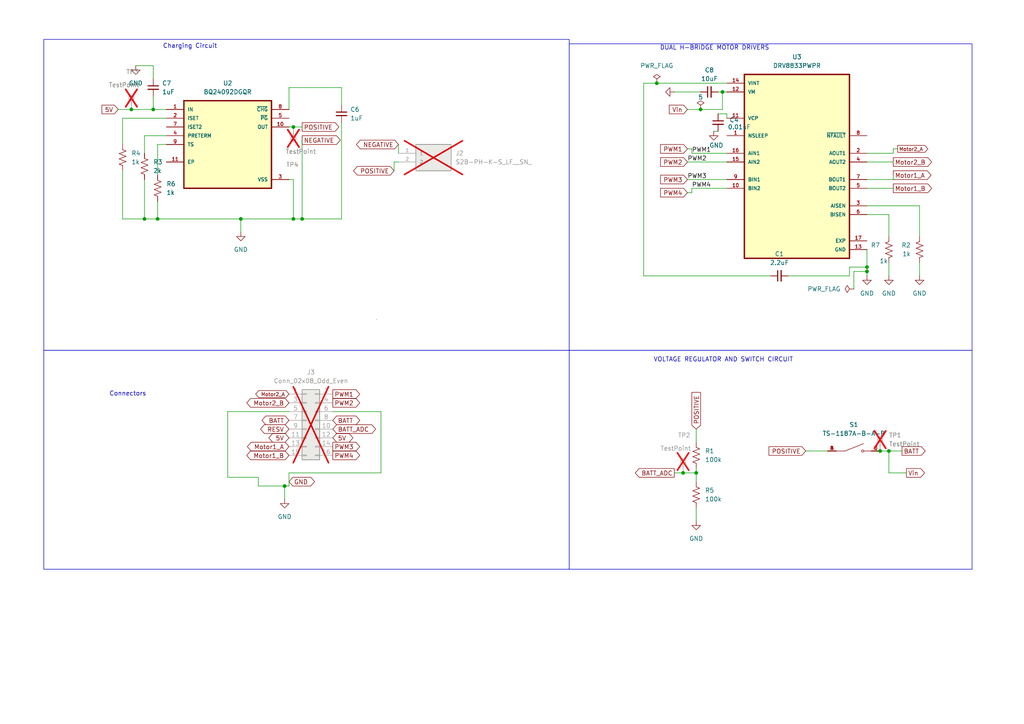
<source format=kicad_sch>
(kicad_sch
	(version 20231120)
	(generator "eeschema")
	(generator_version "8.0")
	(uuid "69ee97d4-b883-406f-a2e7-fc856c56900e")
	(paper "A4")
	(title_block
		(title "PowerSubsytem")
	)
	(lib_symbols
		(symbol "BQ24092DGQR:BQ24092DGQR"
			(pin_names
				(offset 1.016)
			)
			(exclude_from_sim no)
			(in_bom yes)
			(on_board yes)
			(property "Reference" "U"
				(at -12.7 13.7 0)
				(effects
					(font
						(size 1.27 1.27)
					)
					(justify left bottom)
				)
			)
			(property "Value" "BQ24092DGQR"
				(at -12.7 -16.7 0)
				(effects
					(font
						(size 1.27 1.27)
					)
					(justify left bottom)
				)
			)
			(property "Footprint" "BQ24092DGQR:IC_XTR111AIDGQR"
				(at 0 0 0)
				(effects
					(font
						(size 1.27 1.27)
					)
					(justify bottom)
					(hide yes)
				)
			)
			(property "Datasheet" ""
				(at 0 0 0)
				(effects
					(font
						(size 1.27 1.27)
					)
					(hide yes)
				)
			)
			(property "Description" ""
				(at 0 0 0)
				(effects
					(font
						(size 1.27 1.27)
					)
					(hide yes)
				)
			)
			(property "MF" "Texas Instruments"
				(at 0 0 0)
				(effects
					(font
						(size 1.27 1.27)
					)
					(justify bottom)
					(hide yes)
				)
			)
			(property "Description_1" "\n1-cell, 1-A, Li-ion battery charger with operation over JEITA and 10kΩ NTC\n"
				(at 0 0 0)
				(effects
					(font
						(size 1.27 1.27)
					)
					(justify bottom)
					(hide yes)
				)
			)
			(property "Package" "HVSSOP-10 Texas Instruments"
				(at 0 0 0)
				(effects
					(font
						(size 1.27 1.27)
					)
					(justify bottom)
					(hide yes)
				)
			)
			(property "Price" "None"
				(at 0 0 0)
				(effects
					(font
						(size 1.27 1.27)
					)
					(justify bottom)
					(hide yes)
				)
			)
			(property "SnapEDA_Link" "https://www.snapeda.com/parts/BQ24092DGQR/Texas+Instruments/view-part/?ref=snap"
				(at 0 0 0)
				(effects
					(font
						(size 1.27 1.27)
					)
					(justify bottom)
					(hide yes)
				)
			)
			(property "MP" "BQ24092DGQR"
				(at 0 0 0)
				(effects
					(font
						(size 1.27 1.27)
					)
					(justify bottom)
					(hide yes)
				)
			)
			(property "Availability" "In Stock"
				(at 0 0 0)
				(effects
					(font
						(size 1.27 1.27)
					)
					(justify bottom)
					(hide yes)
				)
			)
			(property "Check_prices" "https://www.snapeda.com/parts/BQ24092DGQR/Texas+Instruments/view-part/?ref=eda"
				(at 0 0 0)
				(effects
					(font
						(size 1.27 1.27)
					)
					(justify bottom)
					(hide yes)
				)
			)
			(symbol "BQ24092DGQR_0_0"
				(rectangle
					(start -12.7 -12.7)
					(end 12.7 12.7)
					(stroke
						(width 0.41)
						(type default)
					)
					(fill
						(type background)
					)
				)
				(pin input line
					(at -17.78 10.16 0)
					(length 5.08)
					(name "IN"
						(effects
							(font
								(size 1.016 1.016)
							)
						)
					)
					(number "1"
						(effects
							(font
								(size 1.016 1.016)
							)
						)
					)
				)
				(pin output line
					(at 17.78 5.08 180)
					(length 5.08)
					(name "OUT"
						(effects
							(font
								(size 1.016 1.016)
							)
						)
					)
					(number "10"
						(effects
							(font
								(size 1.016 1.016)
							)
						)
					)
				)
				(pin bidirectional line
					(at -17.78 -5.08 0)
					(length 5.08)
					(name "EP"
						(effects
							(font
								(size 1.016 1.016)
							)
						)
					)
					(number "11"
						(effects
							(font
								(size 1.016 1.016)
							)
						)
					)
				)
				(pin input line
					(at -17.78 7.62 0)
					(length 5.08)
					(name "ISET"
						(effects
							(font
								(size 1.016 1.016)
							)
						)
					)
					(number "2"
						(effects
							(font
								(size 1.016 1.016)
							)
						)
					)
				)
				(pin power_in line
					(at 17.78 -10.16 180)
					(length 5.08)
					(name "VSS"
						(effects
							(font
								(size 1.016 1.016)
							)
						)
					)
					(number "3"
						(effects
							(font
								(size 1.016 1.016)
							)
						)
					)
				)
				(pin input line
					(at -17.78 2.54 0)
					(length 5.08)
					(name "PRETERM"
						(effects
							(font
								(size 1.016 1.016)
							)
						)
					)
					(number "4"
						(effects
							(font
								(size 1.016 1.016)
							)
						)
					)
				)
				(pin output line
					(at 17.78 7.62 180)
					(length 5.08)
					(name "~{PG}"
						(effects
							(font
								(size 1.016 1.016)
							)
						)
					)
					(number "5"
						(effects
							(font
								(size 1.016 1.016)
							)
						)
					)
				)
				(pin input line
					(at -17.78 5.08 0)
					(length 5.08)
					(name "ISET2"
						(effects
							(font
								(size 1.016 1.016)
							)
						)
					)
					(number "7"
						(effects
							(font
								(size 1.016 1.016)
							)
						)
					)
				)
				(pin output line
					(at 17.78 10.16 180)
					(length 5.08)
					(name "~{CHG}"
						(effects
							(font
								(size 1.016 1.016)
							)
						)
					)
					(number "8"
						(effects
							(font
								(size 1.016 1.016)
							)
						)
					)
				)
				(pin input line
					(at -17.78 0 0)
					(length 5.08)
					(name "TS"
						(effects
							(font
								(size 1.016 1.016)
							)
						)
					)
					(number "9"
						(effects
							(font
								(size 1.016 1.016)
							)
						)
					)
				)
			)
		)
		(symbol "Connector:TestPoint"
			(pin_numbers hide)
			(pin_names
				(offset 0.762) hide)
			(exclude_from_sim no)
			(in_bom yes)
			(on_board yes)
			(property "Reference" "TP"
				(at 0 6.858 0)
				(effects
					(font
						(size 1.27 1.27)
					)
				)
			)
			(property "Value" "TestPoint"
				(at 0 5.08 0)
				(effects
					(font
						(size 1.27 1.27)
					)
				)
			)
			(property "Footprint" ""
				(at 5.08 0 0)
				(effects
					(font
						(size 1.27 1.27)
					)
					(hide yes)
				)
			)
			(property "Datasheet" "~"
				(at 5.08 0 0)
				(effects
					(font
						(size 1.27 1.27)
					)
					(hide yes)
				)
			)
			(property "Description" "test point"
				(at 0 0 0)
				(effects
					(font
						(size 1.27 1.27)
					)
					(hide yes)
				)
			)
			(property "ki_keywords" "test point tp"
				(at 0 0 0)
				(effects
					(font
						(size 1.27 1.27)
					)
					(hide yes)
				)
			)
			(property "ki_fp_filters" "Pin* Test*"
				(at 0 0 0)
				(effects
					(font
						(size 1.27 1.27)
					)
					(hide yes)
				)
			)
			(symbol "TestPoint_0_1"
				(circle
					(center 0 3.302)
					(radius 0.762)
					(stroke
						(width 0)
						(type default)
					)
					(fill
						(type none)
					)
				)
			)
			(symbol "TestPoint_1_1"
				(pin passive line
					(at 0 0 90)
					(length 2.54)
					(name "1"
						(effects
							(font
								(size 1.27 1.27)
							)
						)
					)
					(number "1"
						(effects
							(font
								(size 1.27 1.27)
							)
						)
					)
				)
			)
		)
		(symbol "Connector_Generic:Conn_02x08_Odd_Even"
			(pin_names
				(offset 1.016) hide)
			(exclude_from_sim no)
			(in_bom yes)
			(on_board yes)
			(property "Reference" "J"
				(at 1.27 10.16 0)
				(effects
					(font
						(size 1.27 1.27)
					)
				)
			)
			(property "Value" "Conn_02x08_Odd_Even"
				(at 1.27 -12.7 0)
				(effects
					(font
						(size 1.27 1.27)
					)
				)
			)
			(property "Footprint" ""
				(at 0 0 0)
				(effects
					(font
						(size 1.27 1.27)
					)
					(hide yes)
				)
			)
			(property "Datasheet" "~"
				(at 0 0 0)
				(effects
					(font
						(size 1.27 1.27)
					)
					(hide yes)
				)
			)
			(property "Description" "Generic connector, double row, 02x08, odd/even pin numbering scheme (row 1 odd numbers, row 2 even numbers), script generated (kicad-library-utils/schlib/autogen/connector/)"
				(at 0 0 0)
				(effects
					(font
						(size 1.27 1.27)
					)
					(hide yes)
				)
			)
			(property "ki_keywords" "connector"
				(at 0 0 0)
				(effects
					(font
						(size 1.27 1.27)
					)
					(hide yes)
				)
			)
			(property "ki_fp_filters" "Connector*:*_2x??_*"
				(at 0 0 0)
				(effects
					(font
						(size 1.27 1.27)
					)
					(hide yes)
				)
			)
			(symbol "Conn_02x08_Odd_Even_1_1"
				(rectangle
					(start -1.27 -10.033)
					(end 0 -10.287)
					(stroke
						(width 0.1524)
						(type default)
					)
					(fill
						(type none)
					)
				)
				(rectangle
					(start -1.27 -7.493)
					(end 0 -7.747)
					(stroke
						(width 0.1524)
						(type default)
					)
					(fill
						(type none)
					)
				)
				(rectangle
					(start -1.27 -4.953)
					(end 0 -5.207)
					(stroke
						(width 0.1524)
						(type default)
					)
					(fill
						(type none)
					)
				)
				(rectangle
					(start -1.27 -2.413)
					(end 0 -2.667)
					(stroke
						(width 0.1524)
						(type default)
					)
					(fill
						(type none)
					)
				)
				(rectangle
					(start -1.27 0.127)
					(end 0 -0.127)
					(stroke
						(width 0.1524)
						(type default)
					)
					(fill
						(type none)
					)
				)
				(rectangle
					(start -1.27 2.667)
					(end 0 2.413)
					(stroke
						(width 0.1524)
						(type default)
					)
					(fill
						(type none)
					)
				)
				(rectangle
					(start -1.27 5.207)
					(end 0 4.953)
					(stroke
						(width 0.1524)
						(type default)
					)
					(fill
						(type none)
					)
				)
				(rectangle
					(start -1.27 7.747)
					(end 0 7.493)
					(stroke
						(width 0.1524)
						(type default)
					)
					(fill
						(type none)
					)
				)
				(rectangle
					(start -1.27 8.89)
					(end 3.81 -11.43)
					(stroke
						(width 0.254)
						(type default)
					)
					(fill
						(type background)
					)
				)
				(rectangle
					(start 3.81 -10.033)
					(end 2.54 -10.287)
					(stroke
						(width 0.1524)
						(type default)
					)
					(fill
						(type none)
					)
				)
				(rectangle
					(start 3.81 -7.493)
					(end 2.54 -7.747)
					(stroke
						(width 0.1524)
						(type default)
					)
					(fill
						(type none)
					)
				)
				(rectangle
					(start 3.81 -4.953)
					(end 2.54 -5.207)
					(stroke
						(width 0.1524)
						(type default)
					)
					(fill
						(type none)
					)
				)
				(rectangle
					(start 3.81 -2.413)
					(end 2.54 -2.667)
					(stroke
						(width 0.1524)
						(type default)
					)
					(fill
						(type none)
					)
				)
				(rectangle
					(start 3.81 0.127)
					(end 2.54 -0.127)
					(stroke
						(width 0.1524)
						(type default)
					)
					(fill
						(type none)
					)
				)
				(rectangle
					(start 3.81 2.667)
					(end 2.54 2.413)
					(stroke
						(width 0.1524)
						(type default)
					)
					(fill
						(type none)
					)
				)
				(rectangle
					(start 3.81 5.207)
					(end 2.54 4.953)
					(stroke
						(width 0.1524)
						(type default)
					)
					(fill
						(type none)
					)
				)
				(rectangle
					(start 3.81 7.747)
					(end 2.54 7.493)
					(stroke
						(width 0.1524)
						(type default)
					)
					(fill
						(type none)
					)
				)
				(pin passive line
					(at -5.08 7.62 0)
					(length 3.81)
					(name "Pin_1"
						(effects
							(font
								(size 1.27 1.27)
							)
						)
					)
					(number "1"
						(effects
							(font
								(size 1.27 1.27)
							)
						)
					)
				)
				(pin passive line
					(at 7.62 -2.54 180)
					(length 3.81)
					(name "Pin_10"
						(effects
							(font
								(size 1.27 1.27)
							)
						)
					)
					(number "10"
						(effects
							(font
								(size 1.27 1.27)
							)
						)
					)
				)
				(pin passive line
					(at -5.08 -5.08 0)
					(length 3.81)
					(name "Pin_11"
						(effects
							(font
								(size 1.27 1.27)
							)
						)
					)
					(number "11"
						(effects
							(font
								(size 1.27 1.27)
							)
						)
					)
				)
				(pin passive line
					(at 7.62 -5.08 180)
					(length 3.81)
					(name "Pin_12"
						(effects
							(font
								(size 1.27 1.27)
							)
						)
					)
					(number "12"
						(effects
							(font
								(size 1.27 1.27)
							)
						)
					)
				)
				(pin passive line
					(at -5.08 -7.62 0)
					(length 3.81)
					(name "Pin_13"
						(effects
							(font
								(size 1.27 1.27)
							)
						)
					)
					(number "13"
						(effects
							(font
								(size 1.27 1.27)
							)
						)
					)
				)
				(pin passive line
					(at 7.62 -7.62 180)
					(length 3.81)
					(name "Pin_14"
						(effects
							(font
								(size 1.27 1.27)
							)
						)
					)
					(number "14"
						(effects
							(font
								(size 1.27 1.27)
							)
						)
					)
				)
				(pin passive line
					(at -5.08 -10.16 0)
					(length 3.81)
					(name "Pin_15"
						(effects
							(font
								(size 1.27 1.27)
							)
						)
					)
					(number "15"
						(effects
							(font
								(size 1.27 1.27)
							)
						)
					)
				)
				(pin passive line
					(at 7.62 -10.16 180)
					(length 3.81)
					(name "Pin_16"
						(effects
							(font
								(size 1.27 1.27)
							)
						)
					)
					(number "16"
						(effects
							(font
								(size 1.27 1.27)
							)
						)
					)
				)
				(pin passive line
					(at 7.62 7.62 180)
					(length 3.81)
					(name "Pin_2"
						(effects
							(font
								(size 1.27 1.27)
							)
						)
					)
					(number "2"
						(effects
							(font
								(size 1.27 1.27)
							)
						)
					)
				)
				(pin passive line
					(at -5.08 5.08 0)
					(length 3.81)
					(name "Pin_3"
						(effects
							(font
								(size 1.27 1.27)
							)
						)
					)
					(number "3"
						(effects
							(font
								(size 1.27 1.27)
							)
						)
					)
				)
				(pin passive line
					(at 7.62 5.08 180)
					(length 3.81)
					(name "Pin_4"
						(effects
							(font
								(size 1.27 1.27)
							)
						)
					)
					(number "4"
						(effects
							(font
								(size 1.27 1.27)
							)
						)
					)
				)
				(pin passive line
					(at -5.08 2.54 0)
					(length 3.81)
					(name "Pin_5"
						(effects
							(font
								(size 1.27 1.27)
							)
						)
					)
					(number "5"
						(effects
							(font
								(size 1.27 1.27)
							)
						)
					)
				)
				(pin passive line
					(at 7.62 2.54 180)
					(length 3.81)
					(name "Pin_6"
						(effects
							(font
								(size 1.27 1.27)
							)
						)
					)
					(number "6"
						(effects
							(font
								(size 1.27 1.27)
							)
						)
					)
				)
				(pin passive line
					(at -5.08 0 0)
					(length 3.81)
					(name "Pin_7"
						(effects
							(font
								(size 1.27 1.27)
							)
						)
					)
					(number "7"
						(effects
							(font
								(size 1.27 1.27)
							)
						)
					)
				)
				(pin passive line
					(at 7.62 0 180)
					(length 3.81)
					(name "Pin_8"
						(effects
							(font
								(size 1.27 1.27)
							)
						)
					)
					(number "8"
						(effects
							(font
								(size 1.27 1.27)
							)
						)
					)
				)
				(pin passive line
					(at -5.08 -2.54 0)
					(length 3.81)
					(name "Pin_9"
						(effects
							(font
								(size 1.27 1.27)
							)
						)
					)
					(number "9"
						(effects
							(font
								(size 1.27 1.27)
							)
						)
					)
				)
			)
		)
		(symbol "DRV8833PWPR:DRV8833PWPR"
			(pin_names
				(offset 1.016)
			)
			(exclude_from_sim no)
			(in_bom yes)
			(on_board yes)
			(property "Reference" "U"
				(at -15.24 28.94 0)
				(effects
					(font
						(size 1.27 1.27)
					)
					(justify left bottom)
				)
			)
			(property "Value" "DRV8833PWPR"
				(at -15.24 -29.4 0)
				(effects
					(font
						(size 1.27 1.27)
					)
					(justify left bottom)
				)
			)
			(property "Footprint" "DRV8833PWPR:IC_DRV8833PWPR"
				(at 0 0 0)
				(effects
					(font
						(size 1.27 1.27)
					)
					(justify bottom)
					(hide yes)
				)
			)
			(property "Datasheet" ""
				(at 0 0 0)
				(effects
					(font
						(size 1.27 1.27)
					)
					(hide yes)
				)
			)
			(property "Description" "10.8-V, 2-A dual H-bridge motor driver with current regulation 16-HTSSOP -40 to 85"
				(at 0 0 0)
				(effects
					(font
						(size 1.27 1.27)
					)
					(justify bottom)
					(hide yes)
				)
			)
			(property "MF" "Texas Instruments"
				(at 0 0 0)
				(effects
					(font
						(size 1.27 1.27)
					)
					(justify bottom)
					(hide yes)
				)
			)
			(property "MOUSER-PURCHASE-URL" "https://snapeda.com/shop?store=Mouser&id=377881"
				(at 0 0 0)
				(effects
					(font
						(size 1.27 1.27)
					)
					(justify bottom)
					(hide yes)
				)
			)
			(property "PACKAGE" "HTSSOP-16 Texas Instruments"
				(at 0 0 0)
				(effects
					(font
						(size 1.27 1.27)
					)
					(justify bottom)
					(hide yes)
				)
			)
			(property "Price" "None"
				(at 0 0 0)
				(effects
					(font
						(size 1.27 1.27)
					)
					(justify bottom)
					(hide yes)
				)
			)
			(property "PRICE" "None"
				(at 0 0 0)
				(effects
					(font
						(size 1.27 1.27)
					)
					(justify bottom)
					(hide yes)
				)
			)
			(property "Package" "HTSSOP-16 Texas Instruments"
				(at 0 0 0)
				(effects
					(font
						(size 1.27 1.27)
					)
					(justify bottom)
					(hide yes)
				)
			)
			(property "Check_prices" "https://www.snapeda.com/parts/DRV8833PWPR/Texas+Instruments/view-part/?ref=eda"
				(at 0 0 0)
				(effects
					(font
						(size 1.27 1.27)
					)
					(justify bottom)
					(hide yes)
				)
			)
			(property "STANDARD" "Manufacturer Recommendations"
				(at 0 0 0)
				(effects
					(font
						(size 1.27 1.27)
					)
					(justify bottom)
					(hide yes)
				)
			)
			(property "PARTREV" "E"
				(at 0 0 0)
				(effects
					(font
						(size 1.27 1.27)
					)
					(justify bottom)
					(hide yes)
				)
			)
			(property "SnapEDA_Link" "https://www.snapeda.com/parts/DRV8833PWPR/Texas+Instruments/view-part/?ref=snap"
				(at 0 0 0)
				(effects
					(font
						(size 1.27 1.27)
					)
					(justify bottom)
					(hide yes)
				)
			)
			(property "MP" "DRV8833PWPR"
				(at 0 0 0)
				(effects
					(font
						(size 1.27 1.27)
					)
					(justify bottom)
					(hide yes)
				)
			)
			(property "TEXAS_INSTRUMENTS-PURCHASE-URL" "https://snapeda.com/shop?store=Texas+Instruments&id=377881"
				(at 0 0 0)
				(effects
					(font
						(size 1.27 1.27)
					)
					(justify bottom)
					(hide yes)
				)
			)
			(property "MAXIMUM_PACKAGE_HEIGHT" "1.2mm"
				(at 0 0 0)
				(effects
					(font
						(size 1.27 1.27)
					)
					(justify bottom)
					(hide yes)
				)
			)
			(property "Description_1" "\n10.8-V, 2-A dual H-bridge motor driver with current regulation\n"
				(at 0 0 0)
				(effects
					(font
						(size 1.27 1.27)
					)
					(justify bottom)
					(hide yes)
				)
			)
			(property "Availability" "In Stock"
				(at 0 0 0)
				(effects
					(font
						(size 1.27 1.27)
					)
					(justify bottom)
					(hide yes)
				)
			)
			(property "AVAILABILITY" "Warning"
				(at 0 0 0)
				(effects
					(font
						(size 1.27 1.27)
					)
					(justify bottom)
					(hide yes)
				)
			)
			(property "DIGIKEY-PURCHASE-URL" "https://snapeda.com/shop?store=DigiKey&id=377881"
				(at 0 0 0)
				(effects
					(font
						(size 1.27 1.27)
					)
					(justify bottom)
					(hide yes)
				)
			)
			(property "MANUFACTURER" "Texas Instruments"
				(at 0 0 0)
				(effects
					(font
						(size 1.27 1.27)
					)
					(justify bottom)
					(hide yes)
				)
			)
			(symbol "DRV8833PWPR_0_0"
				(rectangle
					(start -15.24 -25.4)
					(end 15.24 27.94)
					(stroke
						(width 0.41)
						(type default)
					)
					(fill
						(type background)
					)
				)
				(pin input line
					(at -20.32 10.16 0)
					(length 5.08)
					(name "NSLEEP"
						(effects
							(font
								(size 1.016 1.016)
							)
						)
					)
					(number "1"
						(effects
							(font
								(size 1.016 1.016)
							)
						)
					)
				)
				(pin input line
					(at -20.32 -5.08 0)
					(length 5.08)
					(name "BIN2"
						(effects
							(font
								(size 1.016 1.016)
							)
						)
					)
					(number "10"
						(effects
							(font
								(size 1.016 1.016)
							)
						)
					)
				)
				(pin bidirectional line
					(at -20.32 15.24 0)
					(length 5.08)
					(name "VCP"
						(effects
							(font
								(size 1.016 1.016)
							)
						)
					)
					(number "11"
						(effects
							(font
								(size 1.016 1.016)
							)
						)
					)
				)
				(pin power_in line
					(at -20.32 22.86 0)
					(length 5.08)
					(name "VM"
						(effects
							(font
								(size 1.016 1.016)
							)
						)
					)
					(number "12"
						(effects
							(font
								(size 1.016 1.016)
							)
						)
					)
				)
				(pin power_in line
					(at 20.32 -22.86 180)
					(length 5.08)
					(name "GND"
						(effects
							(font
								(size 1.016 1.016)
							)
						)
					)
					(number "13"
						(effects
							(font
								(size 1.016 1.016)
							)
						)
					)
				)
				(pin power_in line
					(at -20.32 25.4 0)
					(length 5.08)
					(name "VINT"
						(effects
							(font
								(size 1.016 1.016)
							)
						)
					)
					(number "14"
						(effects
							(font
								(size 1.016 1.016)
							)
						)
					)
				)
				(pin input line
					(at -20.32 2.54 0)
					(length 5.08)
					(name "AIN2"
						(effects
							(font
								(size 1.016 1.016)
							)
						)
					)
					(number "15"
						(effects
							(font
								(size 1.016 1.016)
							)
						)
					)
				)
				(pin input line
					(at -20.32 5.08 0)
					(length 5.08)
					(name "AIN1"
						(effects
							(font
								(size 1.016 1.016)
							)
						)
					)
					(number "16"
						(effects
							(font
								(size 1.016 1.016)
							)
						)
					)
				)
				(pin passive line
					(at 20.32 -20.32 180)
					(length 5.08)
					(name "EXP"
						(effects
							(font
								(size 1.016 1.016)
							)
						)
					)
					(number "17"
						(effects
							(font
								(size 1.016 1.016)
							)
						)
					)
				)
				(pin output line
					(at 20.32 5.08 180)
					(length 5.08)
					(name "AOUT1"
						(effects
							(font
								(size 1.016 1.016)
							)
						)
					)
					(number "2"
						(effects
							(font
								(size 1.016 1.016)
							)
						)
					)
				)
				(pin bidirectional line
					(at 20.32 -10.16 180)
					(length 5.08)
					(name "AISEN"
						(effects
							(font
								(size 1.016 1.016)
							)
						)
					)
					(number "3"
						(effects
							(font
								(size 1.016 1.016)
							)
						)
					)
				)
				(pin output line
					(at 20.32 2.54 180)
					(length 5.08)
					(name "AOUT2"
						(effects
							(font
								(size 1.016 1.016)
							)
						)
					)
					(number "4"
						(effects
							(font
								(size 1.016 1.016)
							)
						)
					)
				)
				(pin output line
					(at 20.32 -5.08 180)
					(length 5.08)
					(name "BOUT2"
						(effects
							(font
								(size 1.016 1.016)
							)
						)
					)
					(number "5"
						(effects
							(font
								(size 1.016 1.016)
							)
						)
					)
				)
				(pin bidirectional line
					(at 20.32 -12.7 180)
					(length 5.08)
					(name "BISEN"
						(effects
							(font
								(size 1.016 1.016)
							)
						)
					)
					(number "6"
						(effects
							(font
								(size 1.016 1.016)
							)
						)
					)
				)
				(pin output line
					(at 20.32 -2.54 180)
					(length 5.08)
					(name "BOUT1"
						(effects
							(font
								(size 1.016 1.016)
							)
						)
					)
					(number "7"
						(effects
							(font
								(size 1.016 1.016)
							)
						)
					)
				)
				(pin output line
					(at 20.32 10.16 180)
					(length 5.08)
					(name "~{NFAULT}"
						(effects
							(font
								(size 1.016 1.016)
							)
						)
					)
					(number "8"
						(effects
							(font
								(size 1.016 1.016)
							)
						)
					)
				)
				(pin input line
					(at -20.32 -2.54 0)
					(length 5.08)
					(name "BIN1"
						(effects
							(font
								(size 1.016 1.016)
							)
						)
					)
					(number "9"
						(effects
							(font
								(size 1.016 1.016)
							)
						)
					)
				)
			)
		)
		(symbol "Device:C_Small"
			(pin_numbers hide)
			(pin_names
				(offset 0.254) hide)
			(exclude_from_sim no)
			(in_bom yes)
			(on_board yes)
			(property "Reference" "C"
				(at 0.254 1.778 0)
				(effects
					(font
						(size 1.27 1.27)
					)
					(justify left)
				)
			)
			(property "Value" "C_Small"
				(at 0.254 -2.032 0)
				(effects
					(font
						(size 1.27 1.27)
					)
					(justify left)
				)
			)
			(property "Footprint" ""
				(at 0 0 0)
				(effects
					(font
						(size 1.27 1.27)
					)
					(hide yes)
				)
			)
			(property "Datasheet" "~"
				(at 0 0 0)
				(effects
					(font
						(size 1.27 1.27)
					)
					(hide yes)
				)
			)
			(property "Description" "Unpolarized capacitor, small symbol"
				(at 0 0 0)
				(effects
					(font
						(size 1.27 1.27)
					)
					(hide yes)
				)
			)
			(property "ki_keywords" "capacitor cap"
				(at 0 0 0)
				(effects
					(font
						(size 1.27 1.27)
					)
					(hide yes)
				)
			)
			(property "ki_fp_filters" "C_*"
				(at 0 0 0)
				(effects
					(font
						(size 1.27 1.27)
					)
					(hide yes)
				)
			)
			(symbol "C_Small_0_1"
				(polyline
					(pts
						(xy -1.524 -0.508) (xy 1.524 -0.508)
					)
					(stroke
						(width 0.3302)
						(type default)
					)
					(fill
						(type none)
					)
				)
				(polyline
					(pts
						(xy -1.524 0.508) (xy 1.524 0.508)
					)
					(stroke
						(width 0.3048)
						(type default)
					)
					(fill
						(type none)
					)
				)
			)
			(symbol "C_Small_1_1"
				(pin passive line
					(at 0 2.54 270)
					(length 2.032)
					(name "~"
						(effects
							(font
								(size 1.27 1.27)
							)
						)
					)
					(number "1"
						(effects
							(font
								(size 1.27 1.27)
							)
						)
					)
				)
				(pin passive line
					(at 0 -2.54 90)
					(length 2.032)
					(name "~"
						(effects
							(font
								(size 1.27 1.27)
							)
						)
					)
					(number "2"
						(effects
							(font
								(size 1.27 1.27)
							)
						)
					)
				)
			)
		)
		(symbol "Device:R_US"
			(pin_numbers hide)
			(pin_names
				(offset 0)
			)
			(exclude_from_sim no)
			(in_bom yes)
			(on_board yes)
			(property "Reference" "R"
				(at 2.54 0 90)
				(effects
					(font
						(size 1.27 1.27)
					)
				)
			)
			(property "Value" "R_US"
				(at -2.54 0 90)
				(effects
					(font
						(size 1.27 1.27)
					)
				)
			)
			(property "Footprint" ""
				(at 1.016 -0.254 90)
				(effects
					(font
						(size 1.27 1.27)
					)
					(hide yes)
				)
			)
			(property "Datasheet" "~"
				(at 0 0 0)
				(effects
					(font
						(size 1.27 1.27)
					)
					(hide yes)
				)
			)
			(property "Description" "Resistor, US symbol"
				(at 0 0 0)
				(effects
					(font
						(size 1.27 1.27)
					)
					(hide yes)
				)
			)
			(property "ki_keywords" "R res resistor"
				(at 0 0 0)
				(effects
					(font
						(size 1.27 1.27)
					)
					(hide yes)
				)
			)
			(property "ki_fp_filters" "R_*"
				(at 0 0 0)
				(effects
					(font
						(size 1.27 1.27)
					)
					(hide yes)
				)
			)
			(symbol "R_US_0_1"
				(polyline
					(pts
						(xy 0 -2.286) (xy 0 -2.54)
					)
					(stroke
						(width 0)
						(type default)
					)
					(fill
						(type none)
					)
				)
				(polyline
					(pts
						(xy 0 2.286) (xy 0 2.54)
					)
					(stroke
						(width 0)
						(type default)
					)
					(fill
						(type none)
					)
				)
				(polyline
					(pts
						(xy 0 -0.762) (xy 1.016 -1.143) (xy 0 -1.524) (xy -1.016 -1.905) (xy 0 -2.286)
					)
					(stroke
						(width 0)
						(type default)
					)
					(fill
						(type none)
					)
				)
				(polyline
					(pts
						(xy 0 0.762) (xy 1.016 0.381) (xy 0 0) (xy -1.016 -0.381) (xy 0 -0.762)
					)
					(stroke
						(width 0)
						(type default)
					)
					(fill
						(type none)
					)
				)
				(polyline
					(pts
						(xy 0 2.286) (xy 1.016 1.905) (xy 0 1.524) (xy -1.016 1.143) (xy 0 0.762)
					)
					(stroke
						(width 0)
						(type default)
					)
					(fill
						(type none)
					)
				)
			)
			(symbol "R_US_1_1"
				(pin passive line
					(at 0 3.81 270)
					(length 1.27)
					(name "~"
						(effects
							(font
								(size 1.27 1.27)
							)
						)
					)
					(number "1"
						(effects
							(font
								(size 1.27 1.27)
							)
						)
					)
				)
				(pin passive line
					(at 0 -3.81 90)
					(length 1.27)
					(name "~"
						(effects
							(font
								(size 1.27 1.27)
							)
						)
					)
					(number "2"
						(effects
							(font
								(size 1.27 1.27)
							)
						)
					)
				)
			)
		)
		(symbol "S2B-PH-K-S_LF__SN_:S2B-PH-K-S_LF__SN_"
			(pin_names
				(offset 1.016)
			)
			(exclude_from_sim no)
			(in_bom yes)
			(on_board yes)
			(property "Reference" "J"
				(at -5.08 3.302 0)
				(effects
					(font
						(size 1.27 1.27)
					)
					(justify left bottom)
				)
			)
			(property "Value" "S2B-PH-K-S_LF__SN_"
				(at -5.08 -7.62 0)
				(effects
					(font
						(size 1.27 1.27)
					)
					(justify left bottom)
				)
			)
			(property "Footprint" "S2B-PH-K-S_LF__SN_:JST_S2B-PH-K-S_LF__SN_"
				(at 0 0 0)
				(effects
					(font
						(size 1.27 1.27)
					)
					(justify bottom)
					(hide yes)
				)
			)
			(property "Datasheet" ""
				(at 0 0 0)
				(effects
					(font
						(size 1.27 1.27)
					)
					(hide yes)
				)
			)
			(property "Description" "Connector Header Through Hole, Right Angle 2 position"
				(at 0 0 0)
				(effects
					(font
						(size 1.27 1.27)
					)
					(justify bottom)
					(hide yes)
				)
			)
			(property "MF" "JST Sales"
				(at 0 0 0)
				(effects
					(font
						(size 1.27 1.27)
					)
					(justify bottom)
					(hide yes)
				)
			)
			(property "MAXIMUM_PACKAGE_HEIGHT" "4.8mm"
				(at 0 0 0)
				(effects
					(font
						(size 1.27 1.27)
					)
					(justify bottom)
					(hide yes)
				)
			)
			(property "PACKAGE" "None"
				(at 0 0 0)
				(effects
					(font
						(size 1.27 1.27)
					)
					(justify bottom)
					(hide yes)
				)
			)
			(property "PRICE" "None"
				(at 0 0 0)
				(effects
					(font
						(size 1.27 1.27)
					)
					(justify bottom)
					(hide yes)
				)
			)
			(property "Package" "NON STANDARD-2 J.S.T."
				(at 0 0 0)
				(effects
					(font
						(size 1.27 1.27)
					)
					(justify bottom)
					(hide yes)
				)
			)
			(property "Check_prices" "https://www.snapeda.com/parts/S2B-PH-K-S%20(LF)(SN)/JST+Sales+America+Inc./view-part/?ref=eda"
				(at 0 0 0)
				(effects
					(font
						(size 1.27 1.27)
					)
					(justify bottom)
					(hide yes)
				)
			)
			(property "Price" "None"
				(at 0 0 0)
				(effects
					(font
						(size 1.27 1.27)
					)
					(justify bottom)
					(hide yes)
				)
			)
			(property "SnapEDA_Link" "https://www.snapeda.com/parts/S2B-PH-K-S%20(LF)(SN)/JST+Sales+America+Inc./view-part/?ref=snap"
				(at 0 0 0)
				(effects
					(font
						(size 1.27 1.27)
					)
					(justify bottom)
					(hide yes)
				)
			)
			(property "MP" "S2B-PH-K-S (LF)(SN)"
				(at 0 0 0)
				(effects
					(font
						(size 1.27 1.27)
					)
					(justify bottom)
					(hide yes)
				)
			)
			(property "Description_1" "\nConnector Header Through Hole, Right Angle 2 position 0.079 (2.00mm)\n"
				(at 0 0 0)
				(effects
					(font
						(size 1.27 1.27)
					)
					(justify bottom)
					(hide yes)
				)
			)
			(property "Availability" "In Stock"
				(at 0 0 0)
				(effects
					(font
						(size 1.27 1.27)
					)
					(justify bottom)
					(hide yes)
				)
			)
			(property "AVAILABILITY" "Unavailable"
				(at 0 0 0)
				(effects
					(font
						(size 1.27 1.27)
					)
					(justify bottom)
					(hide yes)
				)
			)
			(symbol "S2B-PH-K-S_LF__SN__0_0"
				(rectangle
					(start -5.08 -5.08)
					(end 5.08 2.54)
					(stroke
						(width 0.254)
						(type default)
					)
					(fill
						(type background)
					)
				)
				(pin passive line
					(at -10.16 0 0)
					(length 5.08)
					(name "1"
						(effects
							(font
								(size 1.016 1.016)
							)
						)
					)
					(number "1"
						(effects
							(font
								(size 1.016 1.016)
							)
						)
					)
				)
				(pin passive line
					(at -10.16 -2.54 0)
					(length 5.08)
					(name "2"
						(effects
							(font
								(size 1.016 1.016)
							)
						)
					)
					(number "2"
						(effects
							(font
								(size 1.016 1.016)
							)
						)
					)
				)
			)
		)
		(symbol "TS-1187A-B-A-B:TS-1187A-B-A-B"
			(pin_names
				(offset 1.016)
			)
			(exclude_from_sim no)
			(in_bom yes)
			(on_board yes)
			(property "Reference" "S"
				(at -2.54 2.54 0)
				(effects
					(font
						(size 1.27 1.27)
					)
					(justify left bottom)
				)
			)
			(property "Value" "TS-1187A-B-A-B"
				(at -2.54 -2.54 0)
				(effects
					(font
						(size 1.27 1.27)
					)
					(justify left top)
				)
			)
			(property "Footprint" "TS-1187A-B-A-B:SW_TS-1187A-B-A-B"
				(at 0 0 0)
				(effects
					(font
						(size 1.27 1.27)
					)
					(justify bottom)
					(hide yes)
				)
			)
			(property "Datasheet" ""
				(at 0 0 0)
				(effects
					(font
						(size 1.27 1.27)
					)
					(hide yes)
				)
			)
			(property "Description" ""
				(at 0 0 0)
				(effects
					(font
						(size 1.27 1.27)
					)
					(hide yes)
				)
			)
			(property "MF" "XKB Industrial Precision"
				(at 0 0 0)
				(effects
					(font
						(size 1.27 1.27)
					)
					(justify bottom)
					(hide yes)
				)
			)
			(property "MAXIMUM_PACKAGE_HEIGHT" "1.5mm"
				(at 0 0 0)
				(effects
					(font
						(size 1.27 1.27)
					)
					(justify bottom)
					(hide yes)
				)
			)
			(property "Package" "Package"
				(at 0 0 0)
				(effects
					(font
						(size 1.27 1.27)
					)
					(justify bottom)
					(hide yes)
				)
			)
			(property "Price" "None"
				(at 0 0 0)
				(effects
					(font
						(size 1.27 1.27)
					)
					(justify bottom)
					(hide yes)
				)
			)
			(property "Check_prices" "https://www.snapeda.com/parts/TS-1187A-B-A-B/XKB+Industrial+Precision/view-part/?ref=eda"
				(at 0 0 0)
				(effects
					(font
						(size 1.27 1.27)
					)
					(justify bottom)
					(hide yes)
				)
			)
			(property "STANDARD" "Manufacturer Recommendations"
				(at 0 0 0)
				(effects
					(font
						(size 1.27 1.27)
					)
					(justify bottom)
					(hide yes)
				)
			)
			(property "PARTREV" "A0"
				(at 0 0 0)
				(effects
					(font
						(size 1.27 1.27)
					)
					(justify bottom)
					(hide yes)
				)
			)
			(property "SnapEDA_Link" "https://www.snapeda.com/parts/TS-1187A-B-A-B/XKB+Industrial+Precision/view-part/?ref=snap"
				(at 0 0 0)
				(effects
					(font
						(size 1.27 1.27)
					)
					(justify bottom)
					(hide yes)
				)
			)
			(property "MP" "TS-1187A-B-A-B"
				(at 0 0 0)
				(effects
					(font
						(size 1.27 1.27)
					)
					(justify bottom)
					(hide yes)
				)
			)
			(property "Description_1" "\nTS-1187A-B-A-B XKB Connectivity\n"
				(at 0 0 0)
				(effects
					(font
						(size 1.27 1.27)
					)
					(justify bottom)
					(hide yes)
				)
			)
			(property "Availability" "Not in stock"
				(at 0 0 0)
				(effects
					(font
						(size 1.27 1.27)
					)
					(justify bottom)
					(hide yes)
				)
			)
			(property "MANUFACTURER" "XKB Industrial Precision"
				(at 0 0 0)
				(effects
					(font
						(size 1.27 1.27)
					)
					(justify bottom)
					(hide yes)
				)
			)
			(symbol "TS-1187A-B-A-B_0_0"
				(polyline
					(pts
						(xy -2.54 0) (xy -5.08 0)
					)
					(stroke
						(width 0.1524)
						(type default)
					)
					(fill
						(type none)
					)
				)
				(polyline
					(pts
						(xy -2.54 0) (xy 2.794 2.1336)
					)
					(stroke
						(width 0.1524)
						(type default)
					)
					(fill
						(type none)
					)
				)
				(polyline
					(pts
						(xy 5.08 0) (xy 2.921 0)
					)
					(stroke
						(width 0.1524)
						(type default)
					)
					(fill
						(type none)
					)
				)
				(circle
					(center 2.54 0)
					(radius 0.3302)
					(stroke
						(width 0.1524)
						(type default)
					)
					(fill
						(type none)
					)
				)
				(pin passive line
					(at -7.62 0 0)
					(length 2.54)
					(name "~"
						(effects
							(font
								(size 1.016 1.016)
							)
						)
					)
					(number "A"
						(effects
							(font
								(size 1.016 1.016)
							)
						)
					)
				)
				(pin passive line
					(at -7.62 0 0)
					(length 2.54)
					(name "~"
						(effects
							(font
								(size 1.016 1.016)
							)
						)
					)
					(number "B"
						(effects
							(font
								(size 1.016 1.016)
							)
						)
					)
				)
				(pin passive line
					(at 7.62 0 180)
					(length 2.54)
					(name "~"
						(effects
							(font
								(size 1.016 1.016)
							)
						)
					)
					(number "C"
						(effects
							(font
								(size 1.016 1.016)
							)
						)
					)
				)
				(pin passive line
					(at 7.62 0 180)
					(length 2.54)
					(name "~"
						(effects
							(font
								(size 1.016 1.016)
							)
						)
					)
					(number "D"
						(effects
							(font
								(size 1.016 1.016)
							)
						)
					)
				)
			)
		)
		(symbol "power:GND"
			(power)
			(pin_numbers hide)
			(pin_names
				(offset 0) hide)
			(exclude_from_sim no)
			(in_bom yes)
			(on_board yes)
			(property "Reference" "#PWR"
				(at 0 -6.35 0)
				(effects
					(font
						(size 1.27 1.27)
					)
					(hide yes)
				)
			)
			(property "Value" "GND"
				(at 0 -3.81 0)
				(effects
					(font
						(size 1.27 1.27)
					)
				)
			)
			(property "Footprint" ""
				(at 0 0 0)
				(effects
					(font
						(size 1.27 1.27)
					)
					(hide yes)
				)
			)
			(property "Datasheet" ""
				(at 0 0 0)
				(effects
					(font
						(size 1.27 1.27)
					)
					(hide yes)
				)
			)
			(property "Description" "Power symbol creates a global label with name \"GND\" , ground"
				(at 0 0 0)
				(effects
					(font
						(size 1.27 1.27)
					)
					(hide yes)
				)
			)
			(property "ki_keywords" "global power"
				(at 0 0 0)
				(effects
					(font
						(size 1.27 1.27)
					)
					(hide yes)
				)
			)
			(symbol "GND_0_1"
				(polyline
					(pts
						(xy 0 0) (xy 0 -1.27) (xy 1.27 -1.27) (xy 0 -2.54) (xy -1.27 -1.27) (xy 0 -1.27)
					)
					(stroke
						(width 0)
						(type default)
					)
					(fill
						(type none)
					)
				)
			)
			(symbol "GND_1_1"
				(pin power_in line
					(at 0 0 270)
					(length 0)
					(name "~"
						(effects
							(font
								(size 1.27 1.27)
							)
						)
					)
					(number "1"
						(effects
							(font
								(size 1.27 1.27)
							)
						)
					)
				)
			)
		)
		(symbol "power:PWR_FLAG"
			(power)
			(pin_numbers hide)
			(pin_names
				(offset 0) hide)
			(exclude_from_sim no)
			(in_bom yes)
			(on_board yes)
			(property "Reference" "#FLG"
				(at 0 1.905 0)
				(effects
					(font
						(size 1.27 1.27)
					)
					(hide yes)
				)
			)
			(property "Value" "PWR_FLAG"
				(at 0 3.81 0)
				(effects
					(font
						(size 1.27 1.27)
					)
				)
			)
			(property "Footprint" ""
				(at 0 0 0)
				(effects
					(font
						(size 1.27 1.27)
					)
					(hide yes)
				)
			)
			(property "Datasheet" "~"
				(at 0 0 0)
				(effects
					(font
						(size 1.27 1.27)
					)
					(hide yes)
				)
			)
			(property "Description" "Special symbol for telling ERC where power comes from"
				(at 0 0 0)
				(effects
					(font
						(size 1.27 1.27)
					)
					(hide yes)
				)
			)
			(property "ki_keywords" "flag power"
				(at 0 0 0)
				(effects
					(font
						(size 1.27 1.27)
					)
					(hide yes)
				)
			)
			(symbol "PWR_FLAG_0_0"
				(pin power_out line
					(at 0 0 90)
					(length 0)
					(name "~"
						(effects
							(font
								(size 1.27 1.27)
							)
						)
					)
					(number "1"
						(effects
							(font
								(size 1.27 1.27)
							)
						)
					)
				)
			)
			(symbol "PWR_FLAG_0_1"
				(polyline
					(pts
						(xy 0 0) (xy 0 1.27) (xy -1.016 1.905) (xy 0 2.54) (xy 1.016 1.905) (xy 0 1.27)
					)
					(stroke
						(width 0)
						(type default)
					)
					(fill
						(type none)
					)
				)
			)
		)
	)
	(junction
		(at 82.55 140.97)
		(diameter 0)
		(color 0 0 0 0)
		(uuid "03116e57-5e5e-4084-98d9-f8d45af8707b")
	)
	(junction
		(at 251.46 78.74)
		(diameter 0)
		(color 0 0 0 0)
		(uuid "08629d77-80ce-4fa1-8598-871b763793ce")
	)
	(junction
		(at 201.93 137.16)
		(diameter 0)
		(color 0 0 0 0)
		(uuid "0b588361-1660-455d-b8c9-516b77ba2c00")
	)
	(junction
		(at 87.63 63.5)
		(diameter 0)
		(color 0 0 0 0)
		(uuid "18f05540-99de-497b-84ec-70ee5b0116b6")
	)
	(junction
		(at 257.81 130.81)
		(diameter 0)
		(color 0 0 0 0)
		(uuid "191d31ed-cd00-44ca-bdd0-5ab0dc61d915")
	)
	(junction
		(at 69.85 63.5)
		(diameter 0)
		(color 0 0 0 0)
		(uuid "21bd1a93-08b3-4ce3-8df0-de47cc7852b7")
	)
	(junction
		(at 209.55 26.67)
		(diameter 0)
		(color 0 0 0 0)
		(uuid "295a8d3f-29bb-46e8-ae73-5a193e7dfe24")
	)
	(junction
		(at 41.91 63.5)
		(diameter 0)
		(color 0 0 0 0)
		(uuid "31309658-8bae-4dcd-bc69-867cd316d86c")
	)
	(junction
		(at 251.46 77.47)
		(diameter 0)
		(color 0 0 0 0)
		(uuid "51e22503-1035-4b78-afce-6684ec43c462")
	)
	(junction
		(at 203.2 31.75)
		(diameter 0)
		(color 0 0 0 0)
		(uuid "5c268d53-1293-4df4-872a-56186844973d")
	)
	(junction
		(at 38.1 31.75)
		(diameter 0)
		(color 0 0 0 0)
		(uuid "6c210ed8-d044-477b-ad24-b4549deb0c32")
	)
	(junction
		(at 44.45 31.75)
		(diameter 0)
		(color 0 0 0 0)
		(uuid "720d1e3a-ebe5-434b-8558-8afbb42af004")
	)
	(junction
		(at 198.12 137.16)
		(diameter 0)
		(color 0 0 0 0)
		(uuid "7eba4e66-3d31-410d-8fe6-751646f12559")
	)
	(junction
		(at 85.09 36.83)
		(diameter 0)
		(color 0 0 0 0)
		(uuid "8c66e774-980a-4031-884e-b3c22a1daf13")
	)
	(junction
		(at 45.72 63.5)
		(diameter 0)
		(color 0 0 0 0)
		(uuid "a9bcf24d-83e3-485a-bcc0-4559a4ce32b0")
	)
	(junction
		(at 190.5 24.13)
		(diameter 0)
		(color 0 0 0 0)
		(uuid "b0116711-4ced-499a-8610-67f3208c7d5e")
	)
	(junction
		(at 255.27 130.81)
		(diameter 0)
		(color 0 0 0 0)
		(uuid "fdbbfa46-c434-4d65-b9d2-6a9e3fa4132f")
	)
	(junction
		(at 85.09 63.5)
		(diameter 0)
		(color 0 0 0 0)
		(uuid "ffb5792a-2568-4f94-b536-23dc46c721d0")
	)
	(wire
		(pts
			(xy 246.38 80.01) (xy 246.38 77.47)
		)
		(stroke
			(width 0)
			(type default)
		)
		(uuid "027e3e67-9ff2-443a-be91-905bee05af1f")
	)
	(wire
		(pts
			(xy 44.45 27.94) (xy 44.45 31.75)
		)
		(stroke
			(width 0)
			(type default)
		)
		(uuid "0342bcb0-95ea-43e0-8ab2-91f9ae34af02")
	)
	(wire
		(pts
			(xy 83.82 36.83) (xy 85.09 36.83)
		)
		(stroke
			(width 0)
			(type default)
		)
		(uuid "09a8669a-2956-4ba1-b30b-1d642702ee5d")
	)
	(wire
		(pts
			(xy 99.06 25.4) (xy 83.82 25.4)
		)
		(stroke
			(width 0)
			(type default)
		)
		(uuid "0b0f877e-329c-43fe-b89a-4cb0dfcf9a3c")
	)
	(wire
		(pts
			(xy 209.55 26.67) (xy 210.82 26.67)
		)
		(stroke
			(width 0)
			(type default)
		)
		(uuid "0cbcdb51-1e4c-4b37-a25e-2a5168a1b759")
	)
	(wire
		(pts
			(xy 83.82 140.97) (xy 82.55 140.97)
		)
		(stroke
			(width 0)
			(type default)
		)
		(uuid "0e5eda8b-e9a6-4263-b5fa-d0650af06d80")
	)
	(wire
		(pts
			(xy 85.09 63.5) (xy 87.63 63.5)
		)
		(stroke
			(width 0)
			(type default)
		)
		(uuid "13ddea0e-0ac9-4fc3-a16e-b6dbacce7b28")
	)
	(wire
		(pts
			(xy 82.55 140.97) (xy 82.55 144.78)
		)
		(stroke
			(width 0)
			(type default)
		)
		(uuid "213dd6bc-e136-41ce-bd76-072d1a9b88c9")
	)
	(wire
		(pts
			(xy 66.04 119.38) (xy 66.04 138.43)
		)
		(stroke
			(width 0)
			(type default)
		)
		(uuid "2593df25-0a52-4d0f-b0ef-dd58fb6d1c11")
	)
	(wire
		(pts
			(xy 257.81 76.2) (xy 257.81 80.01)
		)
		(stroke
			(width 0)
			(type default)
		)
		(uuid "290ee7ff-239c-48cb-92eb-a1c446edfea9")
	)
	(wire
		(pts
			(xy 261.62 130.81) (xy 257.81 130.81)
		)
		(stroke
			(width 0)
			(type default)
		)
		(uuid "2c895fe8-cff7-49a0-bab2-a51c61364839")
	)
	(wire
		(pts
			(xy 200.66 54.61) (xy 210.82 54.61)
		)
		(stroke
			(width 0)
			(type default)
		)
		(uuid "2ffc6884-ea0a-4e4b-838f-9f6b26b029d5")
	)
	(wire
		(pts
			(xy 251.46 59.69) (xy 266.7 59.69)
		)
		(stroke
			(width 0)
			(type default)
		)
		(uuid "31943646-e685-4526-b828-19b42cb62312")
	)
	(wire
		(pts
			(xy 251.46 78.74) (xy 251.46 80.01)
		)
		(stroke
			(width 0)
			(type default)
		)
		(uuid "320dbfa0-82ce-4d14-aa8a-6853bc7267f2")
	)
	(wire
		(pts
			(xy 83.82 137.16) (xy 83.82 140.97)
		)
		(stroke
			(width 0)
			(type default)
		)
		(uuid "32ae4862-11c1-4e8d-a615-74ba0a0a0ee1")
	)
	(wire
		(pts
			(xy 83.82 137.16) (xy 110.49 137.16)
		)
		(stroke
			(width 0)
			(type default)
		)
		(uuid "39e91c0d-3afe-44fe-aa04-8f50c0021e02")
	)
	(wire
		(pts
			(xy 209.55 26.67) (xy 209.55 31.75)
		)
		(stroke
			(width 0)
			(type default)
		)
		(uuid "39ffb745-b343-4864-a257-2f468e71e03a")
	)
	(wire
		(pts
			(xy 257.81 62.23) (xy 257.81 68.58)
		)
		(stroke
			(width 0)
			(type default)
		)
		(uuid "3a29c565-a624-402e-a455-06d6fdbf07fd")
	)
	(wire
		(pts
			(xy 69.85 63.5) (xy 69.85 67.31)
		)
		(stroke
			(width 0)
			(type default)
		)
		(uuid "3ce31e20-3e32-4be2-b46c-d7dc74662ca4")
	)
	(wire
		(pts
			(xy 74.93 140.97) (xy 82.55 140.97)
		)
		(stroke
			(width 0)
			(type default)
		)
		(uuid "439621e5-5954-4f9f-ae98-ac458b5792a4")
	)
	(wire
		(pts
			(xy 186.69 80.01) (xy 223.52 80.01)
		)
		(stroke
			(width 0)
			(type default)
		)
		(uuid "44fca190-7bef-43fc-8950-2e0be4c9f67b")
	)
	(wire
		(pts
			(xy 114.3 46.99) (xy 115.57 46.99)
		)
		(stroke
			(width 0)
			(type default)
		)
		(uuid "49c1a2b4-15f6-4789-81b7-28a41a17936d")
	)
	(wire
		(pts
			(xy 201.93 137.16) (xy 201.93 139.7)
		)
		(stroke
			(width 0)
			(type default)
		)
		(uuid "4bd9a9ef-7fa3-4353-86d9-7e244c28fdde")
	)
	(wire
		(pts
			(xy 48.26 39.37) (xy 41.91 39.37)
		)
		(stroke
			(width 0)
			(type default)
		)
		(uuid "536dcf97-6b08-4a46-8ad2-1f5d24155057")
	)
	(wire
		(pts
			(xy 228.6 80.01) (xy 246.38 80.01)
		)
		(stroke
			(width 0)
			(type default)
		)
		(uuid "5561ea99-cc0f-4a8d-83ed-8aec6169b8af")
	)
	(wire
		(pts
			(xy 186.69 24.13) (xy 190.5 24.13)
		)
		(stroke
			(width 0)
			(type default)
		)
		(uuid "57e12b87-6160-4631-b2ea-f4fcdea641fe")
	)
	(wire
		(pts
			(xy 87.63 63.5) (xy 99.06 63.5)
		)
		(stroke
			(width 0)
			(type default)
		)
		(uuid "58d774af-029c-45aa-a365-eaa33131d003")
	)
	(wire
		(pts
			(xy 208.28 26.67) (xy 209.55 26.67)
		)
		(stroke
			(width 0)
			(type default)
		)
		(uuid "58da9c80-2f32-4b8a-8a33-76fc5bd0d163")
	)
	(wire
		(pts
			(xy 257.81 130.81) (xy 255.27 130.81)
		)
		(stroke
			(width 0)
			(type default)
		)
		(uuid "59a3fc2b-2259-48ef-8766-fc8469ebbc63")
	)
	(wire
		(pts
			(xy 199.39 52.07) (xy 210.82 52.07)
		)
		(stroke
			(width 0)
			(type default)
		)
		(uuid "5ad69cf9-1a94-4ee6-a48e-cc0a5d69f4ee")
	)
	(wire
		(pts
			(xy 199.39 46.99) (xy 210.82 46.99)
		)
		(stroke
			(width 0)
			(type default)
		)
		(uuid "5e4b0a08-4753-4a52-9958-9bb27eed422c")
	)
	(wire
		(pts
			(xy 69.85 63.5) (xy 85.09 63.5)
		)
		(stroke
			(width 0)
			(type default)
		)
		(uuid "5f351ae8-4d4d-4f7f-8a0a-0066df90754a")
	)
	(wire
		(pts
			(xy 83.82 25.4) (xy 83.82 31.75)
		)
		(stroke
			(width 0)
			(type default)
		)
		(uuid "60dee57e-a287-4a8e-a8b7-7809ec4b71a3")
	)
	(wire
		(pts
			(xy 203.2 31.75) (xy 209.55 31.75)
		)
		(stroke
			(width 0)
			(type default)
		)
		(uuid "6233ac13-f60c-49f5-bf04-8f8d80939892")
	)
	(wire
		(pts
			(xy 201.93 147.32) (xy 201.93 151.13)
		)
		(stroke
			(width 0)
			(type default)
		)
		(uuid "625b4b96-4665-4a59-97e2-1dc3c0d50044")
	)
	(wire
		(pts
			(xy 44.45 19.05) (xy 44.45 22.86)
		)
		(stroke
			(width 0)
			(type default)
		)
		(uuid "645345e2-cf28-47e0-b775-09e083214972")
	)
	(wire
		(pts
			(xy 48.26 41.91) (xy 45.72 41.91)
		)
		(stroke
			(width 0)
			(type default)
		)
		(uuid "69aa00c9-dd71-4c1e-95f2-187e03065e88")
	)
	(wire
		(pts
			(xy 259.08 43.18) (xy 259.08 44.45)
		)
		(stroke
			(width 0)
			(type default)
		)
		(uuid "6c394514-8cae-441a-9290-281f0b90897d")
	)
	(wire
		(pts
			(xy 251.46 62.23) (xy 257.81 62.23)
		)
		(stroke
			(width 0)
			(type default)
		)
		(uuid "6ee2966b-6eb3-467e-814b-f8b59742aec4")
	)
	(wire
		(pts
			(xy 251.46 77.47) (xy 251.46 78.74)
		)
		(stroke
			(width 0)
			(type default)
		)
		(uuid "76fb2c01-1834-418a-94dc-3ea0e9d84772")
	)
	(wire
		(pts
			(xy 44.45 31.75) (xy 48.26 31.75)
		)
		(stroke
			(width 0)
			(type default)
		)
		(uuid "7b5e78ae-28dc-4fc8-baad-b67a974af412")
	)
	(wire
		(pts
			(xy 246.38 77.47) (xy 251.46 77.47)
		)
		(stroke
			(width 0)
			(type default)
		)
		(uuid "7d4001bc-3dcf-4fec-8c52-8836b2f88557")
	)
	(wire
		(pts
			(xy 233.68 130.81) (xy 240.03 130.81)
		)
		(stroke
			(width 0)
			(type default)
		)
		(uuid "7e6e567c-098d-43fb-8d20-202d0a9761a8")
	)
	(wire
		(pts
			(xy 198.12 137.16) (xy 201.93 137.16)
		)
		(stroke
			(width 0)
			(type default)
		)
		(uuid "85bec916-66c2-4810-90e8-8b3241b5e48b")
	)
	(wire
		(pts
			(xy 257.81 130.81) (xy 257.81 137.16)
		)
		(stroke
			(width 0)
			(type default)
		)
		(uuid "868794dd-f857-4727-bec0-9f1219a5977b")
	)
	(wire
		(pts
			(xy 199.39 31.75) (xy 203.2 31.75)
		)
		(stroke
			(width 0)
			(type default)
		)
		(uuid "86f8b5c3-c598-4d2f-9a11-5cab74daeb56")
	)
	(wire
		(pts
			(xy 257.81 137.16) (xy 262.89 137.16)
		)
		(stroke
			(width 0)
			(type default)
		)
		(uuid "8747f3aa-efb6-4acd-a236-3519b53d3c41")
	)
	(wire
		(pts
			(xy 66.04 119.38) (xy 83.82 119.38)
		)
		(stroke
			(width 0)
			(type default)
		)
		(uuid "8804d300-6ad9-4845-9850-c4f7696b827c")
	)
	(wire
		(pts
			(xy 200.66 44.45) (xy 210.82 44.45)
		)
		(stroke
			(width 0)
			(type default)
		)
		(uuid "88f49b39-34ef-4c50-9818-5f3310e93d5f")
	)
	(wire
		(pts
			(xy 45.72 58.42) (xy 45.72 63.5)
		)
		(stroke
			(width 0)
			(type default)
		)
		(uuid "8cf0b827-995e-4415-afe0-38864eba00ff")
	)
	(wire
		(pts
			(xy 259.08 43.18) (xy 260.35 43.18)
		)
		(stroke
			(width 0)
			(type default)
		)
		(uuid "8d537f99-ca02-4207-ae02-d017dc5b388c")
	)
	(wire
		(pts
			(xy 247.65 83.82) (xy 247.65 78.74)
		)
		(stroke
			(width 0)
			(type default)
		)
		(uuid "8fa97d6d-7c77-4927-bdc9-3a6fb763756f")
	)
	(wire
		(pts
			(xy 87.63 40.64) (xy 87.63 63.5)
		)
		(stroke
			(width 0)
			(type default)
		)
		(uuid "999fff4a-7e68-43ed-813c-6a6179dfdefd")
	)
	(wire
		(pts
			(xy 201.93 135.89) (xy 201.93 137.16)
		)
		(stroke
			(width 0)
			(type default)
		)
		(uuid "9a1ed4f3-9bc3-402c-b9f2-dc879429677e")
	)
	(wire
		(pts
			(xy 199.39 43.18) (xy 200.66 43.18)
		)
		(stroke
			(width 0)
			(type default)
		)
		(uuid "9c1bacca-8b48-4aaa-8d16-0744f48ab891")
	)
	(wire
		(pts
			(xy 74.93 138.43) (xy 74.93 140.97)
		)
		(stroke
			(width 0)
			(type default)
		)
		(uuid "9c9dbd6b-6674-46d0-948c-7f40a6cfa4ba")
	)
	(wire
		(pts
			(xy 85.09 52.07) (xy 83.82 52.07)
		)
		(stroke
			(width 0)
			(type default)
		)
		(uuid "9e57684d-0c6e-42f8-ae4c-80d3317db23a")
	)
	(wire
		(pts
			(xy 247.65 78.74) (xy 251.46 78.74)
		)
		(stroke
			(width 0)
			(type default)
		)
		(uuid "a0631947-f16b-4a56-9cd1-286c8c358b44")
	)
	(wire
		(pts
			(xy 199.39 55.88) (xy 200.66 55.88)
		)
		(stroke
			(width 0)
			(type default)
		)
		(uuid "a2a73e0e-6ea7-455a-a2fc-d6750ffedd34")
	)
	(wire
		(pts
			(xy 41.91 63.5) (xy 45.72 63.5)
		)
		(stroke
			(width 0)
			(type default)
		)
		(uuid "a4447413-3351-4028-b4e3-2bd6848ea2b7")
	)
	(wire
		(pts
			(xy 35.56 63.5) (xy 41.91 63.5)
		)
		(stroke
			(width 0)
			(type default)
		)
		(uuid "a788fed9-9261-45eb-977a-ef0e8ff642fb")
	)
	(wire
		(pts
			(xy 110.49 137.16) (xy 110.49 119.38)
		)
		(stroke
			(width 0)
			(type default)
		)
		(uuid "a8271266-6570-4105-b40d-70afeaada8ee")
	)
	(wire
		(pts
			(xy 35.56 34.29) (xy 35.56 41.91)
		)
		(stroke
			(width 0)
			(type default)
		)
		(uuid "aa549ac8-489f-460a-af18-b8517c62f245")
	)
	(wire
		(pts
			(xy 200.66 55.88) (xy 200.66 54.61)
		)
		(stroke
			(width 0)
			(type default)
		)
		(uuid "abcee70b-cb07-460c-9459-2a6163c62e4b")
	)
	(wire
		(pts
			(xy 207.01 38.1) (xy 208.28 38.1)
		)
		(stroke
			(width 0)
			(type default)
		)
		(uuid "aee775d3-9e90-4243-9a0d-aa53a5586255")
	)
	(wire
		(pts
			(xy 115.57 41.91) (xy 115.57 44.45)
		)
		(stroke
			(width 0)
			(type default)
		)
		(uuid "b373df34-bb95-4934-92b2-8b9637c4641c")
	)
	(wire
		(pts
			(xy 266.7 59.69) (xy 266.7 68.58)
		)
		(stroke
			(width 0)
			(type default)
		)
		(uuid "b6c7043d-1bb3-40c4-8d83-9de22da1ed67")
	)
	(wire
		(pts
			(xy 48.26 34.29) (xy 35.56 34.29)
		)
		(stroke
			(width 0)
			(type default)
		)
		(uuid "baa35605-a995-4837-83ef-8280cebe1404")
	)
	(wire
		(pts
			(xy 66.04 138.43) (xy 74.93 138.43)
		)
		(stroke
			(width 0)
			(type default)
		)
		(uuid "becafb45-e4ae-48e6-bd88-3b6010c73533")
	)
	(wire
		(pts
			(xy 186.69 24.13) (xy 186.69 80.01)
		)
		(stroke
			(width 0)
			(type default)
		)
		(uuid "c02f682f-1197-4fed-bfba-1eecaa0ad4bd")
	)
	(wire
		(pts
			(xy 200.66 43.18) (xy 200.66 44.45)
		)
		(stroke
			(width 0)
			(type default)
		)
		(uuid "c2e93e07-8e6b-463d-8224-1addd4187dc4")
	)
	(wire
		(pts
			(xy 251.46 54.61) (xy 259.08 54.61)
		)
		(stroke
			(width 0)
			(type default)
		)
		(uuid "c335727d-fb1e-48f0-a334-eee667771eb6")
	)
	(wire
		(pts
			(xy 195.58 137.16) (xy 198.12 137.16)
		)
		(stroke
			(width 0)
			(type default)
		)
		(uuid "c3cd3633-80b3-4185-a95f-2b8ebb4edb6c")
	)
	(wire
		(pts
			(xy 38.1 31.75) (xy 44.45 31.75)
		)
		(stroke
			(width 0)
			(type default)
		)
		(uuid "c6f84ddd-3424-4b7b-a278-dff565e575f5")
	)
	(wire
		(pts
			(xy 195.58 26.67) (xy 203.2 26.67)
		)
		(stroke
			(width 0)
			(type default)
		)
		(uuid "c6f94a8f-db4f-4fba-bfe0-69b7019a9b2b")
	)
	(wire
		(pts
			(xy 114.3 49.53) (xy 114.3 46.99)
		)
		(stroke
			(width 0)
			(type default)
		)
		(uuid "c81ae733-1aea-408f-9ec6-e76bbd91025c")
	)
	(wire
		(pts
			(xy 39.37 19.05) (xy 44.45 19.05)
		)
		(stroke
			(width 0)
			(type default)
		)
		(uuid "c85ff053-3866-4a4c-afab-0b2f063c8af6")
	)
	(wire
		(pts
			(xy 85.09 36.83) (xy 87.63 36.83)
		)
		(stroke
			(width 0)
			(type default)
		)
		(uuid "c9181e2c-46ec-4ac5-b016-177fbd894e23")
	)
	(wire
		(pts
			(xy 110.49 119.38) (xy 96.52 119.38)
		)
		(stroke
			(width 0)
			(type default)
		)
		(uuid "c95749f7-7626-4cb8-af73-fa8c0a575d0e")
	)
	(wire
		(pts
			(xy 41.91 52.07) (xy 41.91 63.5)
		)
		(stroke
			(width 0)
			(type default)
		)
		(uuid "cc6f1d36-5336-48cf-bbf7-d7cc7ba79d76")
	)
	(wire
		(pts
			(xy 85.09 52.07) (xy 85.09 63.5)
		)
		(stroke
			(width 0)
			(type default)
		)
		(uuid "d6d24b65-cd7b-4ee7-85e7-7f99a63bd538")
	)
	(wire
		(pts
			(xy 259.08 50.8) (xy 259.08 52.07)
		)
		(stroke
			(width 0)
			(type default)
		)
		(uuid "d7239c2d-b68e-4bab-977e-a31bac162b6c")
	)
	(wire
		(pts
			(xy 34.29 31.75) (xy 38.1 31.75)
		)
		(stroke
			(width 0)
			(type default)
		)
		(uuid "d8fba2a8-0f00-42b5-b0ef-ce48552484cb")
	)
	(wire
		(pts
			(xy 35.56 49.53) (xy 35.56 63.5)
		)
		(stroke
			(width 0)
			(type default)
		)
		(uuid "dbd06ef2-f02b-4eec-ad3e-ee372e2441e0")
	)
	(wire
		(pts
			(xy 251.46 72.39) (xy 251.46 77.47)
		)
		(stroke
			(width 0)
			(type default)
		)
		(uuid "dbfb8807-e9ef-4b9f-95df-d3ab35880bfc")
	)
	(wire
		(pts
			(xy 190.5 24.13) (xy 210.82 24.13)
		)
		(stroke
			(width 0)
			(type default)
		)
		(uuid "dc1dc2e3-0ce3-4be0-a3c8-656052be002c")
	)
	(wire
		(pts
			(xy 251.46 52.07) (xy 259.08 52.07)
		)
		(stroke
			(width 0)
			(type default)
		)
		(uuid "ddcab17a-6de2-4fcb-9ec0-9b271d9a1342")
	)
	(wire
		(pts
			(xy 266.7 76.2) (xy 266.7 80.01)
		)
		(stroke
			(width 0)
			(type default)
		)
		(uuid "de1b66b1-52ff-4f23-8b12-19b8bf51b190")
	)
	(wire
		(pts
			(xy 99.06 35.56) (xy 99.06 63.5)
		)
		(stroke
			(width 0)
			(type default)
		)
		(uuid "e4863d59-e4ac-4599-89c5-cb55e83f8f3c")
	)
	(wire
		(pts
			(xy 45.72 41.91) (xy 45.72 50.8)
		)
		(stroke
			(width 0)
			(type default)
		)
		(uuid "e55a122d-d0d0-41ff-8fe2-ced72b5f0e1d")
	)
	(wire
		(pts
			(xy 45.72 63.5) (xy 69.85 63.5)
		)
		(stroke
			(width 0)
			(type default)
		)
		(uuid "e7eb5617-4003-4662-b673-86fe6a702689")
	)
	(wire
		(pts
			(xy 210.82 33.02) (xy 208.28 33.02)
		)
		(stroke
			(width 0)
			(type default)
		)
		(uuid "e82b84ff-4818-4b12-8c5a-4aa1c8bf2716")
	)
	(wire
		(pts
			(xy 251.46 46.99) (xy 259.08 46.99)
		)
		(stroke
			(width 0)
			(type default)
		)
		(uuid "e887a354-7bb9-4f81-a74f-aa899606287f")
	)
	(wire
		(pts
			(xy 201.93 124.46) (xy 201.93 128.27)
		)
		(stroke
			(width 0)
			(type default)
		)
		(uuid "e99e9b4f-5548-40e5-9a15-3a1fb65d5cd5")
	)
	(wire
		(pts
			(xy 259.08 44.45) (xy 251.46 44.45)
		)
		(stroke
			(width 0)
			(type default)
		)
		(uuid "eae71b24-67a5-4338-9c1b-e52d85051991")
	)
	(wire
		(pts
			(xy 99.06 25.4) (xy 99.06 30.48)
		)
		(stroke
			(width 0)
			(type default)
		)
		(uuid "ecb2734f-8217-48d7-a0e5-58da14314120")
	)
	(wire
		(pts
			(xy 210.82 34.29) (xy 210.82 33.02)
		)
		(stroke
			(width 0)
			(type default)
		)
		(uuid "faf4f5a7-3f44-4e14-97c0-cb2f34a05b66")
	)
	(wire
		(pts
			(xy 41.91 39.37) (xy 41.91 44.45)
		)
		(stroke
			(width 0)
			(type default)
		)
		(uuid "fd847d4c-3f28-4889-9028-0696cc9774df")
	)
	(rectangle
		(start 12.7 11.43)
		(end 165.1 101.6)
		(stroke
			(width 0)
			(type default)
		)
		(fill
			(type none)
		)
		(uuid 1ec9d4a1-00e9-49df-963f-99b5d353595c)
	)
	(rectangle
		(start 165.1 101.6)
		(end 281.94 165.1)
		(stroke
			(width 0)
			(type default)
		)
		(fill
			(type none)
		)
		(uuid 7ff514a8-002d-4a29-8f46-2d070c7e5735)
	)
	(rectangle
		(start 165.1 12.7)
		(end 281.94 101.6)
		(stroke
			(width 0)
			(type default)
		)
		(fill
			(type none)
		)
		(uuid d1b8a2b1-1e88-4346-bb67-182fbb7d65a0)
	)
	(rectangle
		(start 109.22 92.71)
		(end 109.22 92.71)
		(stroke
			(width 0)
			(type default)
		)
		(fill
			(type none)
		)
		(uuid e0718fb7-8a9b-4017-8cdd-a1e37f6d6a50)
	)
	(rectangle
		(start 12.7 101.6)
		(end 165.1 165.1)
		(stroke
			(width 0)
			(type default)
		)
		(fill
			(type none)
		)
		(uuid fa044c22-1b27-48c2-8f2d-7db903117c50)
	)
	(text "Charging Circuit\n"
		(exclude_from_sim no)
		(at 55.118 13.462 0)
		(effects
			(font
				(size 1.27 1.27)
			)
		)
		(uuid "4c89e227-7ccc-4cc1-a4bf-4887d3e8b8cb")
	)
	(text "VOLTAGE REGULATOR AND SWITCH CIRCUIT"
		(exclude_from_sim no)
		(at 209.804 104.394 0)
		(effects
			(font
				(size 1.27 1.27)
			)
		)
		(uuid "9b0df4f3-51a0-4769-a96f-6b0f92fc60f7")
	)
	(text "Connectors\n"
		(exclude_from_sim no)
		(at 37.084 114.3 0)
		(effects
			(font
				(size 1.27 1.27)
			)
		)
		(uuid "af18aa19-0f30-4729-9e66-05ca987bae51")
	)
	(text "DUAL H-BRIDGE MOTOR DRIVERS"
		(exclude_from_sim no)
		(at 207.264 13.97 0)
		(effects
			(font
				(size 1.27 1.27)
			)
		)
		(uuid "ead56795-2aba-4440-a0a6-2e79a7c20688")
	)
	(label "PWM4"
		(at 200.66 54.61 0)
		(fields_autoplaced yes)
		(effects
			(font
				(size 1.27 1.27)
			)
			(justify left bottom)
		)
		(uuid "94f1c3e1-4420-4e26-9baa-66abd85feb03")
	)
	(label "PWM3"
		(at 199.39 52.07 0)
		(fields_autoplaced yes)
		(effects
			(font
				(size 1.27 1.27)
			)
			(justify left bottom)
		)
		(uuid "a80bfbbc-b95d-4bd8-b783-c1cc5772dce7")
	)
	(label "PWM2"
		(at 199.39 46.99 0)
		(fields_autoplaced yes)
		(effects
			(font
				(size 1.27 1.27)
			)
			(justify left bottom)
		)
		(uuid "cabebfb6-851c-4a00-ba08-7735fbad1b1e")
	)
	(label "PWM1"
		(at 200.66 44.45 0)
		(fields_autoplaced yes)
		(effects
			(font
				(size 1.27 1.27)
			)
			(justify left bottom)
		)
		(uuid "cf790642-c940-421e-81cd-c0fc5a50d6b6")
	)
	(global_label "BATT"
		(shape output)
		(at 261.62 130.81 0)
		(fields_autoplaced yes)
		(effects
			(font
				(size 1.27 1.27)
			)
			(justify left)
		)
		(uuid "01c93d6b-6c93-4441-80f9-a76dce3ee664")
		(property "Intersheetrefs" "${INTERSHEET_REFS}"
			(at 268.899 130.81 0)
			(effects
				(font
					(size 1.27 1.27)
				)
				(justify left)
				(hide yes)
			)
		)
	)
	(global_label "NEGATIVE"
		(shape bidirectional)
		(at 115.57 41.91 180)
		(fields_autoplaced yes)
		(effects
			(font
				(size 1.27 1.27)
			)
			(justify right)
		)
		(uuid "0b635871-a082-4c01-b8d1-342b70c15630")
		(property "Intersheetrefs" "${INTERSHEET_REFS}"
			(at 103.3697 41.91 0)
			(effects
				(font
					(size 1.27 1.27)
				)
				(justify right)
				(hide yes)
			)
		)
	)
	(global_label "PWM4"
		(shape input)
		(at 199.39 55.88 180)
		(fields_autoplaced yes)
		(effects
			(font
				(size 1.27 1.27)
			)
			(justify right)
		)
		(uuid "0cff9133-8ad0-4a7f-939e-afc264cb01ce")
		(property "Intersheetrefs" "${INTERSHEET_REFS}"
			(at 191.0225 55.88 0)
			(effects
				(font
					(size 1.27 1.27)
				)
				(justify right)
				(hide yes)
			)
		)
	)
	(global_label "BATT"
		(shape bidirectional)
		(at 83.82 121.92 180)
		(fields_autoplaced yes)
		(effects
			(font
				(size 1.27 1.27)
			)
			(justify right)
		)
		(uuid "0e145532-6ea2-41d7-b947-8ccdcf72bf64")
		(property "Intersheetrefs" "${INTERSHEET_REFS}"
			(at 75.4297 121.92 0)
			(effects
				(font
					(size 1.27 1.27)
				)
				(justify right)
				(hide yes)
			)
		)
	)
	(global_label "5V"
		(shape bidirectional)
		(at 83.82 127 180)
		(fields_autoplaced yes)
		(effects
			(font
				(size 1.27 1.27)
			)
			(justify right)
		)
		(uuid "1344dabd-1ab7-46be-b20c-b9a674203ddd")
		(property "Intersheetrefs" "${INTERSHEET_REFS}"
			(at 77.4254 127 0)
			(effects
				(font
					(size 1.27 1.27)
				)
				(justify right)
				(hide yes)
			)
		)
	)
	(global_label "Motor1_A"
		(shape bidirectional)
		(at 83.82 129.54 180)
		(fields_autoplaced yes)
		(effects
			(font
				(size 1.27 1.27)
			)
			(justify right)
		)
		(uuid "30b320bd-df25-4171-b248-2779ad067d87")
		(property "Intersheetrefs" "${INTERSHEET_REFS}"
			(at 71.1965 129.54 0)
			(effects
				(font
					(size 1.27 1.27)
				)
				(justify right)
				(hide yes)
			)
		)
	)
	(global_label "RESV"
		(shape bidirectional)
		(at 83.82 124.46 180)
		(fields_autoplaced yes)
		(effects
			(font
				(size 1.27 1.27)
			)
			(justify right)
		)
		(uuid "3175fccb-b192-40ab-83d7-e5ba522adfad")
		(property "Intersheetrefs" "${INTERSHEET_REFS}"
			(at 75.0064 124.46 0)
			(effects
				(font
					(size 1.27 1.27)
				)
				(justify right)
				(hide yes)
			)
		)
	)
	(global_label "Vin"
		(shape input)
		(at 199.39 31.75 180)
		(fields_autoplaced yes)
		(effects
			(font
				(size 1.27 1.27)
			)
			(justify right)
		)
		(uuid "3f740ccb-7de2-47cb-9a39-9cb93f13234c")
		(property "Intersheetrefs" "${INTERSHEET_REFS}"
			(at 193.5624 31.75 0)
			(effects
				(font
					(size 1.27 1.27)
				)
				(justify right)
				(hide yes)
			)
		)
	)
	(global_label "Motor1_A"
		(shape output)
		(at 259.08 50.8 0)
		(fields_autoplaced yes)
		(effects
			(font
				(size 1.27 1.27)
			)
			(justify left)
		)
		(uuid "4075f901-1259-4bbc-9031-4bc3e6e26f5b")
		(property "Intersheetrefs" "${INTERSHEET_REFS}"
			(at 270.5922 50.8 0)
			(effects
				(font
					(size 1.27 1.27)
				)
				(justify left)
				(hide yes)
			)
		)
	)
	(global_label "PWM2"
		(shape output)
		(at 96.52 116.84 0)
		(fields_autoplaced yes)
		(effects
			(font
				(size 1.27 1.27)
			)
			(justify left)
		)
		(uuid "409a25bd-6e81-4f54-9c45-392c4955c6e3")
		(property "Intersheetrefs" "${INTERSHEET_REFS}"
			(at 104.8875 116.84 0)
			(effects
				(font
					(size 1.27 1.27)
				)
				(justify left)
				(hide yes)
			)
		)
	)
	(global_label "PWM2"
		(shape input)
		(at 199.39 46.99 180)
		(fields_autoplaced yes)
		(effects
			(font
				(size 1.27 1.27)
			)
			(justify right)
		)
		(uuid "4422f92c-7913-475a-999e-fd11e00024de")
		(property "Intersheetrefs" "${INTERSHEET_REFS}"
			(at 191.0225 46.99 0)
			(effects
				(font
					(size 1.27 1.27)
				)
				(justify right)
				(hide yes)
			)
		)
	)
	(global_label "BATT_ADC"
		(shape output)
		(at 195.58 137.16 180)
		(fields_autoplaced yes)
		(effects
			(font
				(size 1.27 1.27)
			)
			(justify right)
		)
		(uuid "4bbc39ff-a190-458c-a670-915406ccb2bd")
		(property "Intersheetrefs" "${INTERSHEET_REFS}"
			(at 183.7048 137.16 0)
			(effects
				(font
					(size 1.27 1.27)
				)
				(justify right)
				(hide yes)
			)
		)
	)
	(global_label "POSITIVE"
		(shape bidirectional)
		(at 114.3 49.53 180)
		(fields_autoplaced yes)
		(effects
			(font
				(size 1.27 1.27)
			)
			(justify right)
		)
		(uuid "56142edc-6875-4a39-8096-600842885fa0")
		(property "Intersheetrefs" "${INTERSHEET_REFS}"
			(at 102.7649 49.53 0)
			(effects
				(font
					(size 1.27 1.27)
				)
				(justify right)
				(hide yes)
			)
		)
	)
	(global_label "PWM1"
		(shape input)
		(at 199.39 43.18 180)
		(fields_autoplaced yes)
		(effects
			(font
				(size 1.27 1.27)
			)
			(justify right)
		)
		(uuid "5e09c661-51f4-4700-99ff-cce456b1d9f2")
		(property "Intersheetrefs" "${INTERSHEET_REFS}"
			(at 191.0225 43.18 0)
			(effects
				(font
					(size 1.27 1.27)
				)
				(justify right)
				(hide yes)
			)
		)
	)
	(global_label "Motor2_B"
		(shape output)
		(at 259.08 46.99 0)
		(fields_autoplaced yes)
		(effects
			(font
				(size 1.27 1.27)
			)
			(justify left)
		)
		(uuid "717b4b92-2dfd-494a-8a74-cf760452b4f7")
		(property "Intersheetrefs" "${INTERSHEET_REFS}"
			(at 270.7736 46.99 0)
			(effects
				(font
					(size 1.27 1.27)
				)
				(justify left)
				(hide yes)
			)
		)
	)
	(global_label "BATT_ADC"
		(shape bidirectional)
		(at 96.52 124.46 0)
		(fields_autoplaced yes)
		(effects
			(font
				(size 1.27 1.27)
			)
			(justify left)
		)
		(uuid "74cf5a63-2135-4a6a-87f8-7c07c2f2c2f5")
		(property "Intersheetrefs" "${INTERSHEET_REFS}"
			(at 109.5065 124.46 0)
			(effects
				(font
					(size 1.27 1.27)
				)
				(justify left)
				(hide yes)
			)
		)
	)
	(global_label "Motor2_B"
		(shape bidirectional)
		(at 83.82 116.84 180)
		(fields_autoplaced yes)
		(effects
			(font
				(size 1.27 1.27)
			)
			(justify right)
		)
		(uuid "7aedbaa9-8844-4668-89b2-9332d9ab1344")
		(property "Intersheetrefs" "${INTERSHEET_REFS}"
			(at 71.0151 116.84 0)
			(effects
				(font
					(size 1.27 1.27)
				)
				(justify right)
				(hide yes)
			)
		)
	)
	(global_label "Vin"
		(shape output)
		(at 262.89 137.16 0)
		(fields_autoplaced yes)
		(effects
			(font
				(size 1.27 1.27)
			)
			(justify left)
		)
		(uuid "8493e008-408a-48fa-acec-0e094dc43813")
		(property "Intersheetrefs" "${INTERSHEET_REFS}"
			(at 268.7176 137.16 0)
			(effects
				(font
					(size 1.27 1.27)
				)
				(justify left)
				(hide yes)
			)
		)
	)
	(global_label "BATT"
		(shape bidirectional)
		(at 96.52 121.92 0)
		(fields_autoplaced yes)
		(effects
			(font
				(size 1.27 1.27)
			)
			(justify left)
		)
		(uuid "8b4583e5-66e3-450b-8103-3f59514182d0")
		(property "Intersheetrefs" "${INTERSHEET_REFS}"
			(at 104.9103 121.92 0)
			(effects
				(font
					(size 1.27 1.27)
				)
				(justify left)
				(hide yes)
			)
		)
	)
	(global_label "PWM4"
		(shape output)
		(at 96.52 132.08 0)
		(fields_autoplaced yes)
		(effects
			(font
				(size 1.27 1.27)
			)
			(justify left)
		)
		(uuid "a4dba1b7-8d79-4ea6-95c4-5c6142ff567e")
		(property "Intersheetrefs" "${INTERSHEET_REFS}"
			(at 104.8875 132.08 0)
			(effects
				(font
					(size 1.27 1.27)
				)
				(justify left)
				(hide yes)
			)
		)
	)
	(global_label "GND"
		(shape bidirectional)
		(at 83.82 139.7 0)
		(fields_autoplaced yes)
		(effects
			(font
				(size 1.27 1.27)
			)
			(justify left)
		)
		(uuid "a9242ea6-4c54-43e5-af2a-36e637fce2c6")
		(property "Intersheetrefs" "${INTERSHEET_REFS}"
			(at 91.787 139.7 0)
			(effects
				(font
					(size 1.27 1.27)
				)
				(justify left)
				(hide yes)
			)
		)
	)
	(global_label "Motor2_A"
		(shape bidirectional)
		(at 83.82 114.3 180)
		(fields_autoplaced yes)
		(effects
			(font
				(size 1.016 1.016)
			)
			(justify right)
		)
		(uuid "bcee1512-5194-476d-93d8-8910d8ca0ba4")
		(property "Intersheetrefs" "${INTERSHEET_REFS}"
			(at 73.7214 114.3 0)
			(effects
				(font
					(size 1.27 1.27)
				)
				(justify right)
				(hide yes)
			)
		)
	)
	(global_label "Motor2_A"
		(shape output)
		(at 260.35 43.18 0)
		(fields_autoplaced yes)
		(effects
			(font
				(size 1.016 1.016)
			)
			(justify left)
		)
		(uuid "be4ad6e2-2754-4f6f-80b4-1f00002cb737")
		(property "Intersheetrefs" "${INTERSHEET_REFS}"
			(at 269.5596 43.18 0)
			(effects
				(font
					(size 1.27 1.27)
				)
				(justify left)
				(hide yes)
			)
		)
	)
	(global_label "Motor1_B"
		(shape bidirectional)
		(at 83.82 132.08 180)
		(fields_autoplaced yes)
		(effects
			(font
				(size 1.27 1.27)
			)
			(justify right)
		)
		(uuid "cc65deba-9a9e-4f9b-aa25-1fa0d933db16")
		(property "Intersheetrefs" "${INTERSHEET_REFS}"
			(at 71.0151 132.08 0)
			(effects
				(font
					(size 1.27 1.27)
				)
				(justify right)
				(hide yes)
			)
		)
	)
	(global_label "Motor1_B"
		(shape output)
		(at 259.08 54.61 0)
		(fields_autoplaced yes)
		(effects
			(font
				(size 1.27 1.27)
			)
			(justify left)
		)
		(uuid "cf157c15-694b-4e28-b5e3-168535939acf")
		(property "Intersheetrefs" "${INTERSHEET_REFS}"
			(at 270.7736 54.61 0)
			(effects
				(font
					(size 1.27 1.27)
				)
				(justify left)
				(hide yes)
			)
		)
	)
	(global_label "PWM1"
		(shape output)
		(at 96.52 114.3 0)
		(fields_autoplaced yes)
		(effects
			(font
				(size 1.27 1.27)
			)
			(justify left)
		)
		(uuid "d22bd166-c9f1-4fb6-8ce9-e4ee305cd761")
		(property "Intersheetrefs" "${INTERSHEET_REFS}"
			(at 104.8875 114.3 0)
			(effects
				(font
					(size 1.27 1.27)
				)
				(justify left)
				(hide yes)
			)
		)
	)
	(global_label "NEGATIVE"
		(shape output)
		(at 87.63 40.64 0)
		(fields_autoplaced yes)
		(effects
			(font
				(size 1.27 1.27)
			)
			(justify left)
		)
		(uuid "d8eb2011-46c1-4dce-b720-708e6275c9a4")
		(property "Intersheetrefs" "${INTERSHEET_REFS}"
			(at 98.719 40.64 0)
			(effects
				(font
					(size 1.27 1.27)
				)
				(justify left)
				(hide yes)
			)
		)
	)
	(global_label "PWM3"
		(shape input)
		(at 199.39 52.07 180)
		(fields_autoplaced yes)
		(effects
			(font
				(size 1.27 1.27)
			)
			(justify right)
		)
		(uuid "e14930dc-57ff-4966-9a86-73e7ae4c6ce0")
		(property "Intersheetrefs" "${INTERSHEET_REFS}"
			(at 191.0225 52.07 0)
			(effects
				(font
					(size 1.27 1.27)
				)
				(justify right)
				(hide yes)
			)
		)
	)
	(global_label "POSITIVE"
		(shape output)
		(at 87.63 36.83 0)
		(fields_autoplaced yes)
		(effects
			(font
				(size 1.27 1.27)
			)
			(justify left)
		)
		(uuid "e522eed2-8132-4415-9c9b-a77ca7eb69ad")
		(property "Intersheetrefs" "${INTERSHEET_REFS}"
			(at 98.84 36.83 0)
			(effects
				(font
					(size 1.27 1.27)
				)
				(justify left)
				(hide yes)
			)
		)
	)
	(global_label "5V"
		(shape input)
		(at 34.29 31.75 180)
		(fields_autoplaced yes)
		(effects
			(font
				(size 1.27 1.27)
			)
			(justify right)
		)
		(uuid "f074ef6e-fec7-4abb-abe3-11c516882e8f")
		(property "Intersheetrefs" "${INTERSHEET_REFS}"
			(at 29.0067 31.75 0)
			(effects
				(font
					(size 1.27 1.27)
				)
				(justify right)
				(hide yes)
			)
		)
	)
	(global_label "5V"
		(shape bidirectional)
		(at 96.52 127 0)
		(fields_autoplaced yes)
		(effects
			(font
				(size 1.27 1.27)
			)
			(justify left)
		)
		(uuid "f41d05e2-52d3-41c8-b163-8f29330ff4db")
		(property "Intersheetrefs" "${INTERSHEET_REFS}"
			(at 102.9146 127 0)
			(effects
				(font
					(size 1.27 1.27)
				)
				(justify left)
				(hide yes)
			)
		)
	)
	(global_label "POSITIVE"
		(shape input)
		(at 233.68 130.81 180)
		(fields_autoplaced yes)
		(effects
			(font
				(size 1.27 1.27)
			)
			(justify right)
		)
		(uuid "f492b23d-e52e-4408-9d09-61582a03a0e6")
		(property "Intersheetrefs" "${INTERSHEET_REFS}"
			(at 222.47 130.81 0)
			(effects
				(font
					(size 1.27 1.27)
				)
				(justify right)
				(hide yes)
			)
		)
	)
	(global_label "POSITIVE"
		(shape input)
		(at 201.93 124.46 90)
		(fields_autoplaced yes)
		(effects
			(font
				(size 1.27 1.27)
			)
			(justify left)
		)
		(uuid "f5f8b443-d8b2-4b73-99fb-842fc88b68de")
		(property "Intersheetrefs" "${INTERSHEET_REFS}"
			(at 201.93 114.0362 90)
			(effects
				(font
					(size 1.27 1.27)
				)
				(justify left)
				(hide yes)
			)
		)
	)
	(global_label "PWM3"
		(shape output)
		(at 96.52 129.54 0)
		(fields_autoplaced yes)
		(effects
			(font
				(size 1.27 1.27)
			)
			(justify left)
		)
		(uuid "f72f6f9f-c3c3-4380-ba31-ccd9e3c8b9e4")
		(property "Intersheetrefs" "${INTERSHEET_REFS}"
			(at 104.8875 129.54 0)
			(effects
				(font
					(size 1.27 1.27)
				)
				(justify left)
				(hide yes)
			)
		)
	)
	(symbol
		(lib_id "S2B-PH-K-S_LF__SN_:S2B-PH-K-S_LF__SN_")
		(at 125.73 44.45 0)
		(unit 1)
		(exclude_from_sim no)
		(in_bom yes)
		(on_board yes)
		(dnp yes)
		(fields_autoplaced yes)
		(uuid "05cc2ca6-2a09-466a-b974-220edf9750f2")
		(property "Reference" "J2"
			(at 132.08 44.4499 0)
			(effects
				(font
					(size 1.27 1.27)
				)
				(justify left)
			)
		)
		(property "Value" "S2B-PH-K-S_LF__SN_"
			(at 132.08 46.9899 0)
			(effects
				(font
					(size 1.27 1.27)
				)
				(justify left)
			)
		)
		(property "Footprint" "S2B-PH-K-S_LF__SN_:JST_S2B-PH-K-S_LF__SN_"
			(at 125.73 44.45 0)
			(effects
				(font
					(size 1.27 1.27)
				)
				(justify bottom)
				(hide yes)
			)
		)
		(property "Datasheet" ""
			(at 125.73 44.45 0)
			(effects
				(font
					(size 1.27 1.27)
				)
				(hide yes)
			)
		)
		(property "Description" ""
			(at 125.73 44.45 0)
			(effects
				(font
					(size 1.27 1.27)
				)
				(hide yes)
			)
		)
		(property "MF" "JST Sales"
			(at 125.73 44.45 0)
			(effects
				(font
					(size 1.27 1.27)
				)
				(justify bottom)
				(hide yes)
			)
		)
		(property "MAXIMUM_PACKAGE_HEIGHT" "4.8mm"
			(at 125.73 44.45 0)
			(effects
				(font
					(size 1.27 1.27)
				)
				(justify bottom)
				(hide yes)
			)
		)
		(property "PACKAGE" "None"
			(at 125.73 44.45 0)
			(effects
				(font
					(size 1.27 1.27)
				)
				(justify bottom)
				(hide yes)
			)
		)
		(property "PRICE" "None"
			(at 125.73 44.45 0)
			(effects
				(font
					(size 1.27 1.27)
				)
				(justify bottom)
				(hide yes)
			)
		)
		(property "Package" "NON STANDARD-2 J.S.T."
			(at 125.73 44.45 0)
			(effects
				(font
					(size 1.27 1.27)
				)
				(justify bottom)
				(hide yes)
			)
		)
		(property "Check_prices" "https://www.snapeda.com/parts/S2B-PH-K-S%20(LF)(SN)/JST+Sales+America+Inc./view-part/?ref=eda"
			(at 125.73 44.45 0)
			(effects
				(font
					(size 1.27 1.27)
				)
				(justify bottom)
				(hide yes)
			)
		)
		(property "Price" "None"
			(at 125.73 44.45 0)
			(effects
				(font
					(size 1.27 1.27)
				)
				(justify bottom)
				(hide yes)
			)
		)
		(property "SnapEDA_Link" "https://www.snapeda.com/parts/S2B-PH-K-S%20(LF)(SN)/JST+Sales+America+Inc./view-part/?ref=snap"
			(at 125.73 44.45 0)
			(effects
				(font
					(size 1.27 1.27)
				)
				(justify bottom)
				(hide yes)
			)
		)
		(property "MP" "S2B-PH-K-S (LF)(SN)"
			(at 125.73 44.45 0)
			(effects
				(font
					(size 1.27 1.27)
				)
				(justify bottom)
				(hide yes)
			)
		)
		(property "Description_1" "\nConnector Header Through Hole, Right Angle 2 position 0.079 (2.00mm)\n"
			(at 125.73 44.45 0)
			(effects
				(font
					(size 1.27 1.27)
				)
				(justify bottom)
				(hide yes)
			)
		)
		(property "Availability" "In Stock"
			(at 125.73 44.45 0)
			(effects
				(font
					(size 1.27 1.27)
				)
				(justify bottom)
				(hide yes)
			)
		)
		(property "AVAILABILITY" "Unavailable"
			(at 125.73 44.45 0)
			(effects
				(font
					(size 1.27 1.27)
				)
				(justify bottom)
				(hide yes)
			)
		)
		(property "DESCRIPTION" "Connector Header Through Hole, Right Angle 2 position"
			(at 125.73 44.45 0)
			(effects
				(font
					(size 1.27 1.27)
				)
				(justify bottom)
				(hide yes)
			)
		)
		(pin "1"
			(uuid "3d90e992-53d5-4094-8d3b-bbb463818e77")
		)
		(pin "2"
			(uuid "070062e4-5b38-4cd0-9a0f-97a46407d298")
		)
		(instances
			(project "Powersubsytem_GWNFRA001"
				(path "/69ee97d4-b883-406f-a2e7-fc856c56900e"
					(reference "J2")
					(unit 1)
				)
			)
		)
	)
	(symbol
		(lib_id "Device:R_US")
		(at 201.93 143.51 0)
		(unit 1)
		(exclude_from_sim no)
		(in_bom yes)
		(on_board yes)
		(dnp no)
		(fields_autoplaced yes)
		(uuid "23093eb1-f757-40c5-ab3f-b159185d6000")
		(property "Reference" "R5"
			(at 204.47 142.2399 0)
			(effects
				(font
					(size 1.27 1.27)
				)
				(justify left)
			)
		)
		(property "Value" "100k"
			(at 204.47 144.7799 0)
			(effects
				(font
					(size 1.27 1.27)
				)
				(justify left)
			)
		)
		(property "Footprint" "footprints:BO_CR0603"
			(at 202.946 143.764 90)
			(effects
				(font
					(size 1.27 1.27)
				)
				(hide yes)
			)
		)
		(property "Datasheet" "~"
			(at 201.93 143.51 0)
			(effects
				(font
					(size 1.27 1.27)
				)
				(hide yes)
			)
		)
		(property "Description" "Resistor, US symbol"
			(at 201.93 143.51 0)
			(effects
				(font
					(size 1.27 1.27)
				)
				(hide yes)
			)
		)
		(pin "1"
			(uuid "e4a0b84f-d555-4b58-bac9-5e6859bc5914")
		)
		(pin "2"
			(uuid "661ac774-180e-4462-a8cf-a3a5523bf713")
		)
		(instances
			(project "Powersubsytem_GWNFRA001"
				(path "/69ee97d4-b883-406f-a2e7-fc856c56900e"
					(reference "R5")
					(unit 1)
				)
			)
		)
	)
	(symbol
		(lib_id "Device:R_US")
		(at 201.93 132.08 0)
		(unit 1)
		(exclude_from_sim no)
		(in_bom yes)
		(on_board yes)
		(dnp no)
		(fields_autoplaced yes)
		(uuid "28011bcb-348e-4606-8656-7a91cbe11c18")
		(property "Reference" "R1"
			(at 204.47 130.8099 0)
			(effects
				(font
					(size 1.27 1.27)
				)
				(justify left)
			)
		)
		(property "Value" "100k"
			(at 204.47 133.3499 0)
			(effects
				(font
					(size 1.27 1.27)
				)
				(justify left)
			)
		)
		(property "Footprint" "footprints:BO_CR0603"
			(at 202.946 132.334 90)
			(effects
				(font
					(size 1.27 1.27)
				)
				(hide yes)
			)
		)
		(property "Datasheet" "~"
			(at 201.93 132.08 0)
			(effects
				(font
					(size 1.27 1.27)
				)
				(hide yes)
			)
		)
		(property "Description" "Resistor, US symbol"
			(at 201.93 132.08 0)
			(effects
				(font
					(size 1.27 1.27)
				)
				(hide yes)
			)
		)
		(pin "1"
			(uuid "472c0368-bdc5-468b-adc4-b9042b701133")
		)
		(pin "2"
			(uuid "1a3d4c2d-c93c-4f76-8235-ae1d869aec4e")
		)
		(instances
			(project "Powersubsytem_GWNFRA001"
				(path "/69ee97d4-b883-406f-a2e7-fc856c56900e"
					(reference "R1")
					(unit 1)
				)
			)
		)
	)
	(symbol
		(lib_id "Device:R_US")
		(at 257.81 72.39 0)
		(mirror y)
		(unit 1)
		(exclude_from_sim no)
		(in_bom yes)
		(on_board yes)
		(dnp no)
		(uuid "2aea84ec-1f7b-4a92-828b-1c6a09a8fd33")
		(property "Reference" "R7"
			(at 255.27 71.1199 0)
			(effects
				(font
					(size 1.27 1.27)
				)
				(justify left)
			)
		)
		(property "Value" "1k"
			(at 257.556 75.692 0)
			(effects
				(font
					(size 1.27 1.27)
				)
				(justify left)
			)
		)
		(property "Footprint" "footprints:BO_CR0603"
			(at 256.794 72.644 90)
			(effects
				(font
					(size 1.27 1.27)
				)
				(hide yes)
			)
		)
		(property "Datasheet" "~"
			(at 257.81 72.39 0)
			(effects
				(font
					(size 1.27 1.27)
				)
				(hide yes)
			)
		)
		(property "Description" "Resistor, US symbol"
			(at 257.81 72.39 0)
			(effects
				(font
					(size 1.27 1.27)
				)
				(hide yes)
			)
		)
		(pin "1"
			(uuid "9c478c2f-a587-4e7f-9546-57c8c362ecce")
		)
		(pin "2"
			(uuid "6b39d09b-a85c-49e3-8405-2ba119473d4d")
		)
		(instances
			(project "Powersubsytem_GWNFRA001"
				(path "/69ee97d4-b883-406f-a2e7-fc856c56900e"
					(reference "R7")
					(unit 1)
				)
			)
		)
	)
	(symbol
		(lib_id "power:GND")
		(at 82.55 144.78 0)
		(unit 1)
		(exclude_from_sim no)
		(in_bom yes)
		(on_board yes)
		(dnp no)
		(fields_autoplaced yes)
		(uuid "4816269f-0623-4da0-a696-1c925240548c")
		(property "Reference" "#PWR04"
			(at 82.55 151.13 0)
			(effects
				(font
					(size 1.27 1.27)
				)
				(hide yes)
			)
		)
		(property "Value" "GND"
			(at 82.55 149.86 0)
			(effects
				(font
					(size 1.27 1.27)
				)
			)
		)
		(property "Footprint" ""
			(at 82.55 144.78 0)
			(effects
				(font
					(size 1.27 1.27)
				)
				(hide yes)
			)
		)
		(property "Datasheet" ""
			(at 82.55 144.78 0)
			(effects
				(font
					(size 1.27 1.27)
				)
				(hide yes)
			)
		)
		(property "Description" "Power symbol creates a global label with name \"GND\" , ground"
			(at 82.55 144.78 0)
			(effects
				(font
					(size 1.27 1.27)
				)
				(hide yes)
			)
		)
		(pin "1"
			(uuid "ef264311-6976-4f62-92e0-8e69ac6c335a")
		)
		(instances
			(project "Powersubsytem_GWNFRA001"
				(path "/69ee97d4-b883-406f-a2e7-fc856c56900e"
					(reference "#PWR04")
					(unit 1)
				)
			)
		)
	)
	(symbol
		(lib_id "Device:C_Small")
		(at 208.28 35.56 0)
		(unit 1)
		(exclude_from_sim no)
		(in_bom yes)
		(on_board yes)
		(dnp no)
		(uuid "4d69d166-cbf1-4232-a611-8bfede02856c")
		(property "Reference" "C4"
			(at 211.582 34.798 0)
			(effects
				(font
					(size 1.27 1.27)
				)
				(justify left)
			)
		)
		(property "Value" "0.01uF"
			(at 211.074 36.83 0)
			(effects
				(font
					(size 1.27 1.27)
				)
				(justify left)
			)
		)
		(property "Footprint" "Capacitor_SMD:C_01005_0402Metric"
			(at 208.28 35.56 0)
			(effects
				(font
					(size 1.27 1.27)
				)
				(hide yes)
			)
		)
		(property "Datasheet" "~"
			(at 208.28 35.56 0)
			(effects
				(font
					(size 1.27 1.27)
				)
				(hide yes)
			)
		)
		(property "Description" "Unpolarized capacitor, small symbol"
			(at 208.28 35.56 0)
			(effects
				(font
					(size 1.27 1.27)
				)
				(hide yes)
			)
		)
		(pin "2"
			(uuid "2d262354-0575-4605-9a95-4787477c7fd0")
		)
		(pin "1"
			(uuid "660dfc97-207c-4f22-8179-bf8cdd4ecaf1")
		)
		(instances
			(project "Powersubsytem_GWNFRA001"
				(path "/69ee97d4-b883-406f-a2e7-fc856c56900e"
					(reference "C4")
					(unit 1)
				)
			)
		)
	)
	(symbol
		(lib_id "Device:R_US")
		(at 41.91 48.26 0)
		(unit 1)
		(exclude_from_sim no)
		(in_bom yes)
		(on_board yes)
		(dnp no)
		(fields_autoplaced yes)
		(uuid "5c69eb53-8975-4eb2-96d8-b556219ba803")
		(property "Reference" "R3"
			(at 44.45 46.9899 0)
			(effects
				(font
					(size 1.27 1.27)
				)
				(justify left)
			)
		)
		(property "Value" "2k"
			(at 44.45 49.5299 0)
			(effects
				(font
					(size 1.27 1.27)
				)
				(justify left)
			)
		)
		(property "Footprint" "footprints:BO_CR0603"
			(at 42.926 48.514 90)
			(effects
				(font
					(size 1.27 1.27)
				)
				(hide yes)
			)
		)
		(property "Datasheet" "~"
			(at 41.91 48.26 0)
			(effects
				(font
					(size 1.27 1.27)
				)
				(hide yes)
			)
		)
		(property "Description" "Resistor, US symbol"
			(at 41.91 48.26 0)
			(effects
				(font
					(size 1.27 1.27)
				)
				(hide yes)
			)
		)
		(pin "1"
			(uuid "9ccefba8-930f-494f-9eaa-947e9b23f858")
		)
		(pin "2"
			(uuid "15e16d7b-0589-403f-900c-2dc7750ad483")
		)
		(instances
			(project "Powersubsytem_GWNFRA001"
				(path "/69ee97d4-b883-406f-a2e7-fc856c56900e"
					(reference "R3")
					(unit 1)
				)
			)
		)
	)
	(symbol
		(lib_id "Connector:TestPoint")
		(at 85.09 36.83 180)
		(unit 1)
		(exclude_from_sim no)
		(in_bom yes)
		(on_board yes)
		(dnp yes)
		(uuid "5d31ffb2-45a8-41ff-b7a9-19a44f3bfc5f")
		(property "Reference" "TP4"
			(at 86.614 47.752 0)
			(effects
				(font
					(size 1.27 1.27)
				)
				(justify left)
			)
		)
		(property "Value" "TestPoint"
			(at 91.694 43.942 0)
			(effects
				(font
					(size 1.27 1.27)
				)
				(justify left)
			)
		)
		(property "Footprint" "TestPoint:TestPoint_THTPad_D1.0mm_Drill0.5mm"
			(at 80.01 36.83 0)
			(effects
				(font
					(size 1.27 1.27)
				)
				(hide yes)
			)
		)
		(property "Datasheet" "~"
			(at 80.01 36.83 0)
			(effects
				(font
					(size 1.27 1.27)
				)
				(hide yes)
			)
		)
		(property "Description" "test point"
			(at 85.09 36.83 0)
			(effects
				(font
					(size 1.27 1.27)
				)
				(hide yes)
			)
		)
		(pin "1"
			(uuid "728f7d02-c5f8-4ead-899e-ba0901435721")
		)
		(instances
			(project "Powersubsytem_GWNFRA001"
				(path "/69ee97d4-b883-406f-a2e7-fc856c56900e"
					(reference "TP4")
					(unit 1)
				)
			)
		)
	)
	(symbol
		(lib_id "DRV8833PWPR:DRV8833PWPR")
		(at 231.14 49.53 0)
		(unit 1)
		(exclude_from_sim no)
		(in_bom yes)
		(on_board yes)
		(dnp no)
		(fields_autoplaced yes)
		(uuid "5d5cb6e7-fdd7-4201-ad29-392e75e391db")
		(property "Reference" "U3"
			(at 231.14 16.51 0)
			(effects
				(font
					(size 1.27 1.27)
				)
			)
		)
		(property "Value" "DRV8833PWPR"
			(at 231.14 19.05 0)
			(effects
				(font
					(size 1.27 1.27)
				)
			)
		)
		(property "Footprint" "DRV8833PWPR:IC_DRV8833PWPR"
			(at 231.14 49.53 0)
			(effects
				(font
					(size 1.27 1.27)
				)
				(justify bottom)
				(hide yes)
			)
		)
		(property "Datasheet" ""
			(at 231.14 49.53 0)
			(effects
				(font
					(size 1.27 1.27)
				)
				(hide yes)
			)
		)
		(property "Description" ""
			(at 231.14 49.53 0)
			(effects
				(font
					(size 1.27 1.27)
				)
				(hide yes)
			)
		)
		(property "MF" "Texas Instruments"
			(at 231.14 49.53 0)
			(effects
				(font
					(size 1.27 1.27)
				)
				(justify bottom)
				(hide yes)
			)
		)
		(property "MOUSER-PURCHASE-URL" "https://snapeda.com/shop?store=Mouser&id=377881"
			(at 231.14 49.53 0)
			(effects
				(font
					(size 1.27 1.27)
				)
				(justify bottom)
				(hide yes)
			)
		)
		(property "DESCRIPTION" "10.8-V, 2-A dual H-bridge motor driver with current regulation 16-HTSSOP -40 to 85"
			(at 231.14 49.53 0)
			(effects
				(font
					(size 1.27 1.27)
				)
				(justify bottom)
				(hide yes)
			)
		)
		(property "PACKAGE" "HTSSOP-16 Texas Instruments"
			(at 231.14 49.53 0)
			(effects
				(font
					(size 1.27 1.27)
				)
				(justify bottom)
				(hide yes)
			)
		)
		(property "Price" "0.666"
			(at 231.14 49.53 0)
			(effects
				(font
					(size 1.27 1.27)
				)
				(justify bottom)
				(hide yes)
			)
		)
		(property "PRICE" "None"
			(at 231.14 49.53 0)
			(effects
				(font
					(size 1.27 1.27)
				)
				(justify bottom)
				(hide yes)
			)
		)
		(property "Package" "HTSSOP-16 Texas Instruments"
			(at 231.14 49.53 0)
			(effects
				(font
					(size 1.27 1.27)
				)
				(justify bottom)
				(hide yes)
			)
		)
		(property "Check_prices" "https://www.snapeda.com/parts/DRV8833PWPR/Texas+Instruments/view-part/?ref=eda"
			(at 231.14 49.53 0)
			(effects
				(font
					(size 1.27 1.27)
				)
				(justify bottom)
				(hide yes)
			)
		)
		(property "STANDARD" "Manufacturer Recommendations"
			(at 231.14 49.53 0)
			(effects
				(font
					(size 1.27 1.27)
				)
				(justify bottom)
				(hide yes)
			)
		)
		(property "PARTREV" "E"
			(at 231.14 49.53 0)
			(effects
				(font
					(size 1.27 1.27)
				)
				(justify bottom)
				(hide yes)
			)
		)
		(property "SnapEDA_Link" "https://www.snapeda.com/parts/DRV8833PWPR/Texas+Instruments/view-part/?ref=snap"
			(at 231.14 49.53 0)
			(effects
				(font
					(size 1.27 1.27)
				)
				(justify bottom)
				(hide yes)
			)
		)
		(property "MP" "DRV8833PWPR"
			(at 231.14 49.53 0)
			(effects
				(font
					(size 1.27 1.27)
				)
				(justify bottom)
				(hide yes)
			)
		)
		(property "TEXAS_INSTRUMENTS-PURCHASE-URL" "https://snapeda.com/shop?store=Texas+Instruments&id=377881"
			(at 231.14 49.53 0)
			(effects
				(font
					(size 1.27 1.27)
				)
				(justify bottom)
				(hide yes)
			)
		)
		(property "MAXIMUM_PACKAGE_HEIGHT" "1.2mm"
			(at 231.14 49.53 0)
			(effects
				(font
					(size 1.27 1.27)
				)
				(justify bottom)
				(hide yes)
			)
		)
		(property "Description_1" "\n10.8-V, 2-A dual H-bridge motor driver with current regulation\n"
			(at 231.14 49.53 0)
			(effects
				(font
					(size 1.27 1.27)
				)
				(justify bottom)
				(hide yes)
			)
		)
		(property "Availability" "In Stock"
			(at 231.14 49.53 0)
			(effects
				(font
					(size 1.27 1.27)
				)
				(justify bottom)
				(hide yes)
			)
		)
		(property "AVAILABILITY" "Warning"
			(at 231.14 49.53 0)
			(effects
				(font
					(size 1.27 1.27)
				)
				(justify bottom)
				(hide yes)
			)
		)
		(property "DIGIKEY-PURCHASE-URL" "https://snapeda.com/shop?store=DigiKey&id=377881"
			(at 231.14 49.53 0)
			(effects
				(font
					(size 1.27 1.27)
				)
				(justify bottom)
				(hide yes)
			)
		)
		(property "MANUFACTURER" "Texas Instruments"
			(at 231.14 49.53 0)
			(effects
				(font
					(size 1.27 1.27)
				)
				(justify bottom)
				(hide yes)
			)
		)
		(property "LCSC" "C50506"
			(at 231.14 49.53 0)
			(effects
				(font
					(size 1.27 1.27)
				)
				(hide yes)
			)
		)
		(property "Extended" "1"
			(at 231.14 49.53 0)
			(effects
				(font
					(size 1.27 1.27)
				)
				(hide yes)
			)
		)
		(property "Populate1" "1"
			(at 231.14 49.53 0)
			(effects
				(font
					(size 1.27 1.27)
				)
				(hide yes)
			)
		)
		(pin "5"
			(uuid "d3a38066-ab2e-4bb7-b45f-604e3e167a0a")
		)
		(pin "8"
			(uuid "17725f0f-a9a7-4154-af64-9ce66efa186b")
		)
		(pin "11"
			(uuid "f40255a9-29fc-48dd-9d96-cc610b4aceef")
		)
		(pin "3"
			(uuid "96398421-18cc-466b-81e6-bf1c04293629")
		)
		(pin "4"
			(uuid "8422a92f-1dc1-4b14-92ed-635c7415cc04")
		)
		(pin "13"
			(uuid "86895415-8415-48ab-ad3e-fbdb26927c59")
		)
		(pin "12"
			(uuid "a4324894-296d-4e0c-a872-eb521511fcda")
		)
		(pin "15"
			(uuid "67502ca3-3e4a-40de-bcfe-ec1c6671a062")
		)
		(pin "7"
			(uuid "cc3d4718-c205-4095-a21f-7c0b1251fb56")
		)
		(pin "1"
			(uuid "f356c539-b130-4923-96e9-bcd453872e35")
		)
		(pin "16"
			(uuid "ad8a64fc-393b-476a-9dbd-dba0ab32d70f")
		)
		(pin "17"
			(uuid "4a3b000f-e4e7-4458-b5eb-a99b7a2a046e")
		)
		(pin "9"
			(uuid "2291cebd-4570-48e1-ab7e-1b1cc45db46d")
		)
		(pin "6"
			(uuid "7aaa3a93-d3ae-4a0d-84df-e625e0fa166b")
		)
		(pin "10"
			(uuid "e2aab4c6-15b2-4712-9d32-137c8acd3399")
		)
		(pin "14"
			(uuid "e6c3db52-7365-4de3-816b-f123b9937042")
		)
		(pin "2"
			(uuid "d89bca61-8b67-40dd-bd14-5e6d4d101367")
		)
		(instances
			(project "Powersubsytem_GWNFRA001"
				(path "/69ee97d4-b883-406f-a2e7-fc856c56900e"
					(reference "U3")
					(unit 1)
				)
			)
		)
	)
	(symbol
		(lib_id "Device:R_US")
		(at 45.72 54.61 0)
		(unit 1)
		(exclude_from_sim no)
		(in_bom yes)
		(on_board yes)
		(dnp no)
		(fields_autoplaced yes)
		(uuid "5ed267e1-c079-499a-adb6-26df73cae1fe")
		(property "Reference" "R6"
			(at 48.26 53.3399 0)
			(effects
				(font
					(size 1.27 1.27)
				)
				(justify left)
			)
		)
		(property "Value" "1k"
			(at 48.26 55.8799 0)
			(effects
				(font
					(size 1.27 1.27)
				)
				(justify left)
			)
		)
		(property "Footprint" "footprints:BO_CR0603"
			(at 46.736 54.864 90)
			(effects
				(font
					(size 1.27 1.27)
				)
				(hide yes)
			)
		)
		(property "Datasheet" "~"
			(at 45.72 54.61 0)
			(effects
				(font
					(size 1.27 1.27)
				)
				(hide yes)
			)
		)
		(property "Description" "Resistor, US symbol"
			(at 45.72 54.61 0)
			(effects
				(font
					(size 1.27 1.27)
				)
				(hide yes)
			)
		)
		(pin "1"
			(uuid "f5634769-dd09-457f-8a91-745fe8463ed7")
		)
		(pin "2"
			(uuid "fc40ad94-7292-4063-bb63-1ecaab18126a")
		)
		(instances
			(project "Powersubsytem_GWNFRA001"
				(path "/69ee97d4-b883-406f-a2e7-fc856c56900e"
					(reference "R6")
					(unit 1)
				)
			)
		)
	)
	(symbol
		(lib_id "Device:R_US")
		(at 35.56 45.72 0)
		(unit 1)
		(exclude_from_sim no)
		(in_bom yes)
		(on_board yes)
		(dnp no)
		(fields_autoplaced yes)
		(uuid "6d74e09f-8a33-49c0-a6f1-7144c566cfb7")
		(property "Reference" "R4"
			(at 38.1 44.4499 0)
			(effects
				(font
					(size 1.27 1.27)
				)
				(justify left)
			)
		)
		(property "Value" "1k"
			(at 38.1 46.9899 0)
			(effects
				(font
					(size 1.27 1.27)
				)
				(justify left)
			)
		)
		(property "Footprint" "footprints:BO_CR0603"
			(at 36.576 45.974 90)
			(effects
				(font
					(size 1.27 1.27)
				)
				(hide yes)
			)
		)
		(property "Datasheet" "~"
			(at 35.56 45.72 0)
			(effects
				(font
					(size 1.27 1.27)
				)
				(hide yes)
			)
		)
		(property "Description" "Resistor, US symbol"
			(at 35.56 45.72 0)
			(effects
				(font
					(size 1.27 1.27)
				)
				(hide yes)
			)
		)
		(pin "1"
			(uuid "5a995fbe-4bda-421d-bc6d-ce01bb711543")
		)
		(pin "2"
			(uuid "f5ee017a-863c-4a5d-98a3-e78cfce85df2")
		)
		(instances
			(project "Powersubsytem_GWNFRA001"
				(path "/69ee97d4-b883-406f-a2e7-fc856c56900e"
					(reference "R4")
					(unit 1)
				)
			)
		)
	)
	(symbol
		(lib_id "Device:C_Small")
		(at 99.06 33.02 0)
		(unit 1)
		(exclude_from_sim no)
		(in_bom yes)
		(on_board yes)
		(dnp no)
		(fields_autoplaced yes)
		(uuid "6d7c6ba3-5db6-4528-b393-143cf4ec00fc")
		(property "Reference" "C6"
			(at 101.6 31.7562 0)
			(effects
				(font
					(size 1.27 1.27)
				)
				(justify left)
			)
		)
		(property "Value" "1uF"
			(at 101.6 34.2962 0)
			(effects
				(font
					(size 1.27 1.27)
				)
				(justify left)
			)
		)
		(property "Footprint" "Capacitor_SMD:C_0402_1005Metric"
			(at 99.06 33.02 0)
			(effects
				(font
					(size 1.27 1.27)
				)
				(hide yes)
			)
		)
		(property "Datasheet" "~"
			(at 99.06 33.02 0)
			(effects
				(font
					(size 1.27 1.27)
				)
				(hide yes)
			)
		)
		(property "Description" "Unpolarized capacitor, small symbol"
			(at 99.06 33.02 0)
			(effects
				(font
					(size 1.27 1.27)
				)
				(hide yes)
			)
		)
		(pin "2"
			(uuid "a6136ab1-2be5-4415-b8ec-95d9dc7c1139")
		)
		(pin "1"
			(uuid "60b9610f-ea10-4f59-b535-11169acd4838")
		)
		(instances
			(project "Powersubsytem_GWNFRA001"
				(path "/69ee97d4-b883-406f-a2e7-fc856c56900e"
					(reference "C6")
					(unit 1)
				)
			)
		)
	)
	(symbol
		(lib_id "power:GND")
		(at 195.58 26.67 270)
		(mirror x)
		(unit 1)
		(exclude_from_sim no)
		(in_bom yes)
		(on_board yes)
		(dnp no)
		(fields_autoplaced yes)
		(uuid "75cd0be3-993d-4cb1-8d48-0cd9dfd7ff6b")
		(property "Reference" "#PWR015"
			(at 189.23 26.67 0)
			(effects
				(font
					(size 1.27 1.27)
				)
				(hide yes)
			)
		)
		(property "Value" "GND"
			(at 191.77 26.6699 90)
			(effects
				(font
					(size 1.27 1.27)
				)
				(justify right)
				(hide yes)
			)
		)
		(property "Footprint" ""
			(at 195.58 26.67 0)
			(effects
				(font
					(size 1.27 1.27)
				)
				(hide yes)
			)
		)
		(property "Datasheet" ""
			(at 195.58 26.67 0)
			(effects
				(font
					(size 1.27 1.27)
				)
				(hide yes)
			)
		)
		(property "Description" "Power symbol creates a global label with name \"GND\" , ground"
			(at 195.58 26.67 0)
			(effects
				(font
					(size 1.27 1.27)
				)
				(hide yes)
			)
		)
		(pin "1"
			(uuid "e0ec6b90-d61d-4779-b690-93a99d7b7ba9")
		)
		(instances
			(project "Powersubsytem_GWNFRA001"
				(path "/69ee97d4-b883-406f-a2e7-fc856c56900e"
					(reference "#PWR015")
					(unit 1)
				)
			)
		)
	)
	(symbol
		(lib_id "Connector:TestPoint")
		(at 38.1 31.75 0)
		(unit 1)
		(exclude_from_sim no)
		(in_bom yes)
		(on_board yes)
		(dnp yes)
		(uuid "77924a5a-7236-4d79-9080-747029262f3a")
		(property "Reference" "TP3"
			(at 36.576 20.828 0)
			(effects
				(font
					(size 1.27 1.27)
				)
				(justify left)
			)
		)
		(property "Value" "TestPoint"
			(at 31.496 24.638 0)
			(effects
				(font
					(size 1.27 1.27)
				)
				(justify left)
			)
		)
		(property "Footprint" "TestPoint:TestPoint_THTPad_D1.0mm_Drill0.5mm"
			(at 43.18 31.75 0)
			(effects
				(font
					(size 1.27 1.27)
				)
				(hide yes)
			)
		)
		(property "Datasheet" "~"
			(at 43.18 31.75 0)
			(effects
				(font
					(size 1.27 1.27)
				)
				(hide yes)
			)
		)
		(property "Description" "test point"
			(at 38.1 31.75 0)
			(effects
				(font
					(size 1.27 1.27)
				)
				(hide yes)
			)
		)
		(pin "1"
			(uuid "92497bec-289d-4860-a154-fbd058922574")
		)
		(instances
			(project "Powersubsytem_GWNFRA001"
				(path "/69ee97d4-b883-406f-a2e7-fc856c56900e"
					(reference "TP3")
					(unit 1)
				)
			)
		)
	)
	(symbol
		(lib_id "Device:C_Small")
		(at 44.45 25.4 0)
		(unit 1)
		(exclude_from_sim no)
		(in_bom yes)
		(on_board yes)
		(dnp no)
		(fields_autoplaced yes)
		(uuid "77d2299b-aaed-4b55-ad8b-ffb0d76f3d89")
		(property "Reference" "C7"
			(at 46.99 24.1362 0)
			(effects
				(font
					(size 1.27 1.27)
				)
				(justify left)
			)
		)
		(property "Value" "1uF"
			(at 46.99 26.6762 0)
			(effects
				(font
					(size 1.27 1.27)
				)
				(justify left)
			)
		)
		(property "Footprint" "Capacitor_SMD:C_0402_1005Metric"
			(at 44.45 25.4 0)
			(effects
				(font
					(size 1.27 1.27)
				)
				(hide yes)
			)
		)
		(property "Datasheet" "~"
			(at 44.45 25.4 0)
			(effects
				(font
					(size 1.27 1.27)
				)
				(hide yes)
			)
		)
		(property "Description" "Unpolarized capacitor, small symbol"
			(at 44.45 25.4 0)
			(effects
				(font
					(size 1.27 1.27)
				)
				(hide yes)
			)
		)
		(pin "2"
			(uuid "b054d995-db5c-4b8c-91e7-edb80af7cfd9")
		)
		(pin "1"
			(uuid "fe7099a1-5b20-457e-bf49-3c80f403971a")
		)
		(instances
			(project "Powersubsytem_GWNFRA001"
				(path "/69ee97d4-b883-406f-a2e7-fc856c56900e"
					(reference "C7")
					(unit 1)
				)
			)
		)
	)
	(symbol
		(lib_id "power:GND")
		(at 257.81 80.01 0)
		(mirror y)
		(unit 1)
		(exclude_from_sim no)
		(in_bom yes)
		(on_board yes)
		(dnp no)
		(fields_autoplaced yes)
		(uuid "7bbf643a-758f-4fda-8289-76950a99f80c")
		(property "Reference" "#PWR012"
			(at 257.81 86.36 0)
			(effects
				(font
					(size 1.27 1.27)
				)
				(hide yes)
			)
		)
		(property "Value" "GND"
			(at 257.81 85.09 0)
			(effects
				(font
					(size 1.27 1.27)
				)
			)
		)
		(property "Footprint" ""
			(at 257.81 80.01 0)
			(effects
				(font
					(size 1.27 1.27)
				)
				(hide yes)
			)
		)
		(property "Datasheet" ""
			(at 257.81 80.01 0)
			(effects
				(font
					(size 1.27 1.27)
				)
				(hide yes)
			)
		)
		(property "Description" "Power symbol creates a global label with name \"GND\" , ground"
			(at 257.81 80.01 0)
			(effects
				(font
					(size 1.27 1.27)
				)
				(hide yes)
			)
		)
		(pin "1"
			(uuid "7985de96-ce9c-4596-be21-e908367ec38d")
		)
		(instances
			(project "Powersubsytem_GWNFRA001"
				(path "/69ee97d4-b883-406f-a2e7-fc856c56900e"
					(reference "#PWR012")
					(unit 1)
				)
			)
		)
	)
	(symbol
		(lib_id "TS-1187A-B-A-B:TS-1187A-B-A-B")
		(at 247.65 130.81 0)
		(unit 1)
		(exclude_from_sim no)
		(in_bom yes)
		(on_board yes)
		(dnp no)
		(fields_autoplaced yes)
		(uuid "7e0b7d0e-2d46-498f-9c83-e3548622bf5f")
		(property "Reference" "S1"
			(at 247.65 123.19 0)
			(effects
				(font
					(size 1.27 1.27)
				)
			)
		)
		(property "Value" "TS-1187A-B-A-B"
			(at 247.65 125.73 0)
			(effects
				(font
					(size 1.27 1.27)
				)
			)
		)
		(property "Footprint" "TS-1187A-B-A-B:SW_TS-1187A-B-A-B"
			(at 247.65 130.81 0)
			(effects
				(font
					(size 1.27 1.27)
				)
				(justify bottom)
				(hide yes)
			)
		)
		(property "Datasheet" ""
			(at 247.65 130.81 0)
			(effects
				(font
					(size 1.27 1.27)
				)
				(hide yes)
			)
		)
		(property "Description" ""
			(at 247.65 130.81 0)
			(effects
				(font
					(size 1.27 1.27)
				)
				(hide yes)
			)
		)
		(property "MF" "XKB Industrial Precision"
			(at 247.65 130.81 0)
			(effects
				(font
					(size 1.27 1.27)
				)
				(justify bottom)
				(hide yes)
			)
		)
		(property "MAXIMUM_PACKAGE_HEIGHT" "1.5mm"
			(at 247.65 130.81 0)
			(effects
				(font
					(size 1.27 1.27)
				)
				(justify bottom)
				(hide yes)
			)
		)
		(property "Package" "Package"
			(at 247.65 130.81 0)
			(effects
				(font
					(size 1.27 1.27)
				)
				(justify bottom)
				(hide yes)
			)
		)
		(property "Price" "None"
			(at 247.65 130.81 0)
			(effects
				(font
					(size 1.27 1.27)
				)
				(justify bottom)
				(hide yes)
			)
		)
		(property "Check_prices" "https://www.snapeda.com/parts/TS-1187A-B-A-B/XKB+Industrial+Precision/view-part/?ref=eda"
			(at 247.65 130.81 0)
			(effects
				(font
					(size 1.27 1.27)
				)
				(justify bottom)
				(hide yes)
			)
		)
		(property "STANDARD" "Manufacturer Recommendations"
			(at 247.65 130.81 0)
			(effects
				(font
					(size 1.27 1.27)
				)
				(justify bottom)
				(hide yes)
			)
		)
		(property "PARTREV" "A0"
			(at 247.65 130.81 0)
			(effects
				(font
					(size 1.27 1.27)
				)
				(justify bottom)
				(hide yes)
			)
		)
		(property "SnapEDA_Link" "https://www.snapeda.com/parts/TS-1187A-B-A-B/XKB+Industrial+Precision/view-part/?ref=snap"
			(at 247.65 130.81 0)
			(effects
				(font
					(size 1.27 1.27)
				)
				(justify bottom)
				(hide yes)
			)
		)
		(property "MP" "TS-1187A-B-A-B"
			(at 247.65 130.81 0)
			(effects
				(font
					(size 1.27 1.27)
				)
				(justify bottom)
				(hide yes)
			)
		)
		(property "Description_1" "\nTS-1187A-B-A-B XKB Connectivity\n"
			(at 247.65 130.81 0)
			(effects
				(font
					(size 1.27 1.27)
				)
				(justify bottom)
				(hide yes)
			)
		)
		(property "Availability" "Not in stock"
			(at 247.65 130.81 0)
			(effects
				(font
					(size 1.27 1.27)
				)
				(justify bottom)
				(hide yes)
			)
		)
		(property "MANUFACTURER" "XKB Industrial Precision"
			(at 247.65 130.81 0)
			(effects
				(font
					(size 1.27 1.27)
				)
				(justify bottom)
				(hide yes)
			)
		)
		(pin "A"
			(uuid "1c856d9b-239b-4d13-b70b-770dc9516021")
		)
		(pin "B"
			(uuid "acddea42-a9ff-41df-b680-09250f3ff33d")
		)
		(pin "D"
			(uuid "37ad53b5-24fa-4ed8-8eb9-2baf2e50b07a")
		)
		(pin "C"
			(uuid "ab9ff9d3-dce0-422d-ba0b-a8c93f9b9958")
		)
		(instances
			(project "Powersubsytem_GWNFRA001"
				(path "/69ee97d4-b883-406f-a2e7-fc856c56900e"
					(reference "S1")
					(unit 1)
				)
			)
		)
	)
	(symbol
		(lib_id "power:PWR_FLAG")
		(at 190.5 24.13 0)
		(unit 1)
		(exclude_from_sim no)
		(in_bom yes)
		(on_board yes)
		(dnp no)
		(fields_autoplaced yes)
		(uuid "8745bf82-f1f1-4b98-88ad-5c93ebbb18c8")
		(property "Reference" "#FLG02"
			(at 190.5 22.225 0)
			(effects
				(font
					(size 1.27 1.27)
				)
				(hide yes)
			)
		)
		(property "Value" "PWR_FLAG"
			(at 190.5 19.05 0)
			(effects
				(font
					(size 1.27 1.27)
				)
			)
		)
		(property "Footprint" ""
			(at 190.5 24.13 0)
			(effects
				(font
					(size 1.27 1.27)
				)
				(hide yes)
			)
		)
		(property "Datasheet" "~"
			(at 190.5 24.13 0)
			(effects
				(font
					(size 1.27 1.27)
				)
				(hide yes)
			)
		)
		(property "Description" "Special symbol for telling ERC where power comes from"
			(at 190.5 24.13 0)
			(effects
				(font
					(size 1.27 1.27)
				)
				(hide yes)
			)
		)
		(pin "1"
			(uuid "653f315d-73ee-4fe1-b66c-0a841c67135d")
		)
		(instances
			(project "Powersubsytem_GWNFRA001"
				(path "/69ee97d4-b883-406f-a2e7-fc856c56900e"
					(reference "#FLG02")
					(unit 1)
				)
			)
		)
	)
	(symbol
		(lib_id "Device:R_US")
		(at 266.7 72.39 0)
		(mirror y)
		(unit 1)
		(exclude_from_sim no)
		(in_bom yes)
		(on_board yes)
		(dnp no)
		(fields_autoplaced yes)
		(uuid "89f4eaa8-e5a8-4680-b5ab-9ec995557c1e")
		(property "Reference" "R2"
			(at 264.16 71.1199 0)
			(effects
				(font
					(size 1.27 1.27)
				)
				(justify left)
			)
		)
		(property "Value" "1k"
			(at 264.16 73.6599 0)
			(effects
				(font
					(size 1.27 1.27)
				)
				(justify left)
			)
		)
		(property "Footprint" "footprints:BO_CR0603"
			(at 265.684 72.644 90)
			(effects
				(font
					(size 1.27 1.27)
				)
				(hide yes)
			)
		)
		(property "Datasheet" "~"
			(at 266.7 72.39 0)
			(effects
				(font
					(size 1.27 1.27)
				)
				(hide yes)
			)
		)
		(property "Description" "Resistor, US symbol"
			(at 266.7 72.39 0)
			(effects
				(font
					(size 1.27 1.27)
				)
				(hide yes)
			)
		)
		(pin "1"
			(uuid "7b03066a-fd42-45c6-8a23-fbd6ce1f8841")
		)
		(pin "2"
			(uuid "aef538c5-b2b9-4fba-a016-9d93a167c478")
		)
		(instances
			(project "Powersubsytem_GWNFRA001"
				(path "/69ee97d4-b883-406f-a2e7-fc856c56900e"
					(reference "R2")
					(unit 1)
				)
			)
		)
	)
	(symbol
		(lib_id "Connector_Generic:Conn_02x08_Odd_Even")
		(at 88.9 121.92 0)
		(unit 1)
		(exclude_from_sim no)
		(in_bom yes)
		(on_board yes)
		(dnp yes)
		(fields_autoplaced yes)
		(uuid "8cf6eaae-8b19-496c-8d31-8da6332c55df")
		(property "Reference" "J3"
			(at 90.17 107.95 0)
			(effects
				(font
					(size 1.27 1.27)
				)
			)
		)
		(property "Value" "Conn_02x08_Odd_Even"
			(at 90.17 110.49 0)
			(effects
				(font
					(size 1.27 1.27)
				)
			)
		)
		(property "Footprint" "Connector_PinHeader_2.54mm:PinHeader_2x08_P2.54mm_Vertical"
			(at 88.9 121.92 0)
			(effects
				(font
					(size 1.27 1.27)
				)
				(hide yes)
			)
		)
		(property "Datasheet" "~"
			(at 88.9 121.92 0)
			(effects
				(font
					(size 1.27 1.27)
				)
				(hide yes)
			)
		)
		(property "Description" "Generic connector, double row, 02x08, odd/even pin numbering scheme (row 1 odd numbers, row 2 even numbers), script generated (kicad-library-utils/schlib/autogen/connector/)"
			(at 88.9 121.92 0)
			(effects
				(font
					(size 1.27 1.27)
				)
				(hide yes)
			)
		)
		(pin "6"
			(uuid "ed608ed0-a98c-4f89-9eb3-9b6e7253ac22")
		)
		(pin "2"
			(uuid "549d7f20-59cf-44e6-87fb-ce842d8a6e52")
		)
		(pin "14"
			(uuid "3e6bc061-4d12-427c-94f7-8500a74bacd7")
		)
		(pin "8"
			(uuid "ff7a4171-e153-47dd-8ea1-083070927d41")
		)
		(pin "13"
			(uuid "78375432-4e80-4259-b0e3-c61b545433b6")
		)
		(pin "10"
			(uuid "e64af64c-4082-478e-a2ff-f756121b7e15")
		)
		(pin "1"
			(uuid "b6e264d5-8394-461a-9efa-4cbd47045abb")
		)
		(pin "3"
			(uuid "88c83aff-f2a1-4f91-a3da-c2d81b7d4559")
		)
		(pin "5"
			(uuid "ee611ebb-d657-4087-95c5-3ec8cb767f82")
		)
		(pin "4"
			(uuid "5b1d529e-4781-4d35-abc8-78e97d0f572b")
		)
		(pin "15"
			(uuid "49b9df1c-7d3e-430a-a212-a11a8dad8b9d")
		)
		(pin "7"
			(uuid "336d1c27-1301-4e7a-b3d9-b8baae428344")
		)
		(pin "16"
			(uuid "dafe6137-d603-49cb-b870-a8797851c2a8")
		)
		(pin "12"
			(uuid "2b4a9030-1013-48e3-81a2-f76d03684b04")
		)
		(pin "9"
			(uuid "005cece0-ca08-484d-b4bf-423edef99414")
		)
		(pin "11"
			(uuid "8c25ee32-cdc6-4045-bdad-11f305bde82d")
		)
		(instances
			(project "Powersubsytem_GWNFRA001"
				(path "/69ee97d4-b883-406f-a2e7-fc856c56900e"
					(reference "J3")
					(unit 1)
				)
			)
		)
	)
	(symbol
		(lib_id "power:GND")
		(at 266.7 80.01 0)
		(mirror y)
		(unit 1)
		(exclude_from_sim no)
		(in_bom yes)
		(on_board yes)
		(dnp no)
		(fields_autoplaced yes)
		(uuid "93c09895-fc51-4bb2-b1f2-8d95b3c69270")
		(property "Reference" "#PWR011"
			(at 266.7 86.36 0)
			(effects
				(font
					(size 1.27 1.27)
				)
				(hide yes)
			)
		)
		(property "Value" "GND"
			(at 266.7 85.09 0)
			(effects
				(font
					(size 1.27 1.27)
				)
			)
		)
		(property "Footprint" ""
			(at 266.7 80.01 0)
			(effects
				(font
					(size 1.27 1.27)
				)
				(hide yes)
			)
		)
		(property "Datasheet" ""
			(at 266.7 80.01 0)
			(effects
				(font
					(size 1.27 1.27)
				)
				(hide yes)
			)
		)
		(property "Description" "Power symbol creates a global label with name \"GND\" , ground"
			(at 266.7 80.01 0)
			(effects
				(font
					(size 1.27 1.27)
				)
				(hide yes)
			)
		)
		(pin "1"
			(uuid "710e9674-1773-450d-be72-d33d6ac7f3b5")
		)
		(instances
			(project "Powersubsytem_GWNFRA001"
				(path "/69ee97d4-b883-406f-a2e7-fc856c56900e"
					(reference "#PWR011")
					(unit 1)
				)
			)
		)
	)
	(symbol
		(lib_id "power:PWR_FLAG")
		(at 247.65 83.82 90)
		(unit 1)
		(exclude_from_sim no)
		(in_bom yes)
		(on_board yes)
		(dnp no)
		(fields_autoplaced yes)
		(uuid "960a9e27-d2c9-4854-b161-5daeea5777fb")
		(property "Reference" "#FLG03"
			(at 245.745 83.82 0)
			(effects
				(font
					(size 1.27 1.27)
				)
				(hide yes)
			)
		)
		(property "Value" "PWR_FLAG"
			(at 243.84 83.8199 90)
			(effects
				(font
					(size 1.27 1.27)
				)
				(justify left)
			)
		)
		(property "Footprint" ""
			(at 247.65 83.82 0)
			(effects
				(font
					(size 1.27 1.27)
				)
				(hide yes)
			)
		)
		(property "Datasheet" "~"
			(at 247.65 83.82 0)
			(effects
				(font
					(size 1.27 1.27)
				)
				(hide yes)
			)
		)
		(property "Description" "Special symbol for telling ERC where power comes from"
			(at 247.65 83.82 0)
			(effects
				(font
					(size 1.27 1.27)
				)
				(hide yes)
			)
		)
		(pin "1"
			(uuid "09890e30-ed09-4e1f-aca0-23d19a0ef038")
		)
		(instances
			(project "Powersubsytem_GWNFRA001"
				(path "/69ee97d4-b883-406f-a2e7-fc856c56900e"
					(reference "#FLG03")
					(unit 1)
				)
			)
		)
	)
	(symbol
		(lib_id "power:GND")
		(at 251.46 80.01 0)
		(unit 1)
		(exclude_from_sim no)
		(in_bom yes)
		(on_board yes)
		(dnp no)
		(fields_autoplaced yes)
		(uuid "b0f413e4-032f-494a-ad4d-a7b1a570c305")
		(property "Reference" "#PWR01"
			(at 251.46 86.36 0)
			(effects
				(font
					(size 1.27 1.27)
				)
				(hide yes)
			)
		)
		(property "Value" "GND"
			(at 251.46 85.09 0)
			(effects
				(font
					(size 1.27 1.27)
				)
			)
		)
		(property "Footprint" ""
			(at 251.46 80.01 0)
			(effects
				(font
					(size 1.27 1.27)
				)
				(hide yes)
			)
		)
		(property "Datasheet" ""
			(at 251.46 80.01 0)
			(effects
				(font
					(size 1.27 1.27)
				)
				(hide yes)
			)
		)
		(property "Description" "Power symbol creates a global label with name \"GND\" , ground"
			(at 251.46 80.01 0)
			(effects
				(font
					(size 1.27 1.27)
				)
				(hide yes)
			)
		)
		(pin "1"
			(uuid "39b7d907-5d42-46ad-80fc-7114f69ed5a0")
		)
		(instances
			(project "Powersubsytem_GWNFRA001"
				(path "/69ee97d4-b883-406f-a2e7-fc856c56900e"
					(reference "#PWR01")
					(unit 1)
				)
			)
		)
	)
	(symbol
		(lib_id "power:GND")
		(at 201.93 151.13 0)
		(unit 1)
		(exclude_from_sim no)
		(in_bom yes)
		(on_board yes)
		(dnp no)
		(fields_autoplaced yes)
		(uuid "bec1f870-cf54-46fb-bff5-80f2a8b231b8")
		(property "Reference" "#PWR03"
			(at 201.93 157.48 0)
			(effects
				(font
					(size 1.27 1.27)
				)
				(hide yes)
			)
		)
		(property "Value" "GND"
			(at 201.93 156.21 0)
			(effects
				(font
					(size 1.27 1.27)
				)
			)
		)
		(property "Footprint" ""
			(at 201.93 151.13 0)
			(effects
				(font
					(size 1.27 1.27)
				)
				(hide yes)
			)
		)
		(property "Datasheet" ""
			(at 201.93 151.13 0)
			(effects
				(font
					(size 1.27 1.27)
				)
				(hide yes)
			)
		)
		(property "Description" "Power symbol creates a global label with name \"GND\" , ground"
			(at 201.93 151.13 0)
			(effects
				(font
					(size 1.27 1.27)
				)
				(hide yes)
			)
		)
		(pin "1"
			(uuid "e9848d18-e1f4-4212-8e44-5c3a1c0f6ba2")
		)
		(instances
			(project "Powersubsytem_GWNFRA001"
				(path "/69ee97d4-b883-406f-a2e7-fc856c56900e"
					(reference "#PWR03")
					(unit 1)
				)
			)
		)
	)
	(symbol
		(lib_id "power:GND")
		(at 207.01 38.1 0)
		(unit 1)
		(exclude_from_sim no)
		(in_bom yes)
		(on_board yes)
		(dnp no)
		(uuid "c02177e4-7cef-4332-ac36-fba647da2bc1")
		(property "Reference" "#PWR010"
			(at 207.01 44.45 0)
			(effects
				(font
					(size 1.27 1.27)
				)
				(hide yes)
			)
		)
		(property "Value" "GND"
			(at 207.772 42.164 0)
			(effects
				(font
					(size 1.27 1.27)
				)
			)
		)
		(property "Footprint" ""
			(at 207.01 38.1 0)
			(effects
				(font
					(size 1.27 1.27)
				)
				(hide yes)
			)
		)
		(property "Datasheet" ""
			(at 207.01 38.1 0)
			(effects
				(font
					(size 1.27 1.27)
				)
				(hide yes)
			)
		)
		(property "Description" "Power symbol creates a global label with name \"GND\" , ground"
			(at 207.01 38.1 0)
			(effects
				(font
					(size 1.27 1.27)
				)
				(hide yes)
			)
		)
		(pin "1"
			(uuid "e58a6e15-2944-46a6-a581-7cb56214b43e")
		)
		(instances
			(project "Powersubsytem_GWNFRA001"
				(path "/69ee97d4-b883-406f-a2e7-fc856c56900e"
					(reference "#PWR010")
					(unit 1)
				)
			)
		)
	)
	(symbol
		(lib_id "BQ24092DGQR:BQ24092DGQR")
		(at 66.04 41.91 0)
		(unit 1)
		(exclude_from_sim no)
		(in_bom yes)
		(on_board yes)
		(dnp no)
		(fields_autoplaced yes)
		(uuid "c10e01be-0147-420e-8dc6-bc86f80aa167")
		(property "Reference" "U2"
			(at 66.04 24.13 0)
			(effects
				(font
					(size 1.27 1.27)
				)
			)
		)
		(property "Value" "BQ24092DGQR"
			(at 66.04 26.67 0)
			(effects
				(font
					(size 1.27 1.27)
				)
			)
		)
		(property "Footprint" "BQ24092DGQR:IC_XTR111AIDGQR"
			(at 66.04 41.91 0)
			(effects
				(font
					(size 1.27 1.27)
				)
				(justify bottom)
				(hide yes)
			)
		)
		(property "Datasheet" ""
			(at 66.04 41.91 0)
			(effects
				(font
					(size 1.27 1.27)
				)
				(hide yes)
			)
		)
		(property "Description" ""
			(at 66.04 41.91 0)
			(effects
				(font
					(size 1.27 1.27)
				)
				(hide yes)
			)
		)
		(property "MF" "Texas Instruments"
			(at 66.04 41.91 0)
			(effects
				(font
					(size 1.27 1.27)
				)
				(justify bottom)
				(hide yes)
			)
		)
		(property "Description_1" "\n1-cell, 1-A, Li-ion battery charger with operation over JEITA and 10kΩ NTC\n"
			(at 66.04 41.91 0)
			(effects
				(font
					(size 1.27 1.27)
				)
				(justify bottom)
				(hide yes)
			)
		)
		(property "Package" "HVSSOP-10 Texas Instruments"
			(at 66.04 41.91 0)
			(effects
				(font
					(size 1.27 1.27)
				)
				(justify bottom)
				(hide yes)
			)
		)
		(property "Price" "None"
			(at 66.04 41.91 0)
			(effects
				(font
					(size 1.27 1.27)
				)
				(justify bottom)
				(hide yes)
			)
		)
		(property "SnapEDA_Link" "https://www.snapeda.com/parts/BQ24092DGQR/Texas+Instruments/view-part/?ref=snap"
			(at 66.04 41.91 0)
			(effects
				(font
					(size 1.27 1.27)
				)
				(justify bottom)
				(hide yes)
			)
		)
		(property "MP" "BQ24092DGQR"
			(at 66.04 41.91 0)
			(effects
				(font
					(size 1.27 1.27)
				)
				(justify bottom)
				(hide yes)
			)
		)
		(property "Availability" "In Stock"
			(at 66.04 41.91 0)
			(effects
				(font
					(size 1.27 1.27)
				)
				(justify bottom)
				(hide yes)
			)
		)
		(property "Check_prices" "https://www.snapeda.com/parts/BQ24092DGQR/Texas+Instruments/view-part/?ref=eda"
			(at 66.04 41.91 0)
			(effects
				(font
					(size 1.27 1.27)
				)
				(justify bottom)
				(hide yes)
			)
		)
		(pin "11"
			(uuid "b6ab525c-9f7a-4d64-9281-d1148f8a1d18")
		)
		(pin "9"
			(uuid "f8f7915d-ace1-4275-953e-5ebd17b6b0ac")
		)
		(pin "1"
			(uuid "a1932e64-53b6-45d6-8584-cf367972ec09")
		)
		(pin "7"
			(uuid "a2251394-cbc3-4382-9fed-70cc676a025c")
		)
		(pin "5"
			(uuid "9a572a74-6f21-40df-b01d-1cd1e7688de3")
		)
		(pin "4"
			(uuid "770c60cc-473b-4bc6-961f-bf8338069d76")
		)
		(pin "8"
			(uuid "ce334fd4-4e04-4cc7-8dc4-7904ad68bb85")
		)
		(pin "2"
			(uuid "31f9da97-a313-459a-b25c-79601593eda8")
		)
		(pin "10"
			(uuid "59f7973a-df2b-403d-8dbc-ef3eed6d34d2")
		)
		(pin "3"
			(uuid "b136ea3a-b046-4180-b1bb-812e6ba3fdfc")
		)
		(instances
			(project "Powersubsytem_GWNFRA001"
				(path "/69ee97d4-b883-406f-a2e7-fc856c56900e"
					(reference "U2")
					(unit 1)
				)
			)
		)
	)
	(symbol
		(lib_id "Device:C_Small")
		(at 226.06 80.01 90)
		(mirror x)
		(unit 1)
		(exclude_from_sim no)
		(in_bom yes)
		(on_board yes)
		(dnp no)
		(fields_autoplaced yes)
		(uuid "c13712a1-f46e-432e-9e66-047e73231b64")
		(property "Reference" "C1"
			(at 226.0664 73.66 90)
			(effects
				(font
					(size 1.27 1.27)
				)
			)
		)
		(property "Value" "2.2uF"
			(at 226.0664 76.2 90)
			(effects
				(font
					(size 1.27 1.27)
				)
			)
		)
		(property "Footprint" "Capacitor_SMD:C_0402_1005Metric"
			(at 226.06 80.01 0)
			(effects
				(font
					(size 1.27 1.27)
				)
				(hide yes)
			)
		)
		(property "Datasheet" "~"
			(at 226.06 80.01 0)
			(effects
				(font
					(size 1.27 1.27)
				)
				(hide yes)
			)
		)
		(property "Description" "Unpolarized capacitor, small symbol"
			(at 226.06 80.01 0)
			(effects
				(font
					(size 1.27 1.27)
				)
				(hide yes)
			)
		)
		(pin "2"
			(uuid "e171d005-42e7-4ce2-a035-345265d56780")
		)
		(pin "1"
			(uuid "c9590b75-10c9-4558-8a31-cec374473e84")
		)
		(instances
			(project "Powersubsytem_GWNFRA001"
				(path "/69ee97d4-b883-406f-a2e7-fc856c56900e"
					(reference "C1")
					(unit 1)
				)
			)
		)
	)
	(symbol
		(lib_id "power:PWR_FLAG")
		(at 203.2 31.75 0)
		(unit 1)
		(exclude_from_sim no)
		(in_bom yes)
		(on_board yes)
		(dnp no)
		(uuid "d8141e11-e135-4339-99e3-90c7789c3569")
		(property "Reference" "#FLG01"
			(at 203.2 29.845 0)
			(effects
				(font
					(size 1.27 1.27)
				)
				(hide yes)
			)
		)
		(property "Value" "5"
			(at 203.2 28.194 0)
			(effects
				(font
					(size 1.27 1.27)
				)
			)
		)
		(property "Footprint" ""
			(at 203.2 31.75 0)
			(effects
				(font
					(size 1.27 1.27)
				)
				(hide yes)
			)
		)
		(property "Datasheet" "~"
			(at 203.2 31.75 0)
			(effects
				(font
					(size 1.27 1.27)
				)
				(hide yes)
			)
		)
		(property "Description" "Special symbol for telling ERC where power comes from"
			(at 203.2 31.75 0)
			(effects
				(font
					(size 1.27 1.27)
				)
				(hide yes)
			)
		)
		(pin "1"
			(uuid "a2c0e814-9856-4f7b-90cc-68970ee8e9b8")
		)
		(instances
			(project "Powersubsytem_GWNFRA001"
				(path "/69ee97d4-b883-406f-a2e7-fc856c56900e"
					(reference "#FLG01")
					(unit 1)
				)
			)
		)
	)
	(symbol
		(lib_id "Connector:TestPoint")
		(at 255.27 130.81 0)
		(unit 1)
		(exclude_from_sim no)
		(in_bom yes)
		(on_board yes)
		(dnp yes)
		(fields_autoplaced yes)
		(uuid "e57afaf5-5551-4571-a1fd-14be8454c35e")
		(property "Reference" "TP1"
			(at 257.81 126.2379 0)
			(effects
				(font
					(size 1.27 1.27)
				)
				(justify left)
			)
		)
		(property "Value" "TestPoint"
			(at 257.81 128.7779 0)
			(effects
				(font
					(size 1.27 1.27)
				)
				(justify left)
			)
		)
		(property "Footprint" "TestPoint:TestPoint_THTPad_D1.0mm_Drill0.5mm"
			(at 260.35 130.81 0)
			(effects
				(font
					(size 1.27 1.27)
				)
				(hide yes)
			)
		)
		(property "Datasheet" "~"
			(at 260.35 130.81 0)
			(effects
				(font
					(size 1.27 1.27)
				)
				(hide yes)
			)
		)
		(property "Description" "test point"
			(at 255.27 130.81 0)
			(effects
				(font
					(size 1.27 1.27)
				)
				(hide yes)
			)
		)
		(pin "1"
			(uuid "5946c67d-7bb1-4711-b686-5c68053af4bd")
		)
		(instances
			(project "Powersubsytem_GWNFRA001"
				(path "/69ee97d4-b883-406f-a2e7-fc856c56900e"
					(reference "TP1")
					(unit 1)
				)
			)
		)
	)
	(symbol
		(lib_id "Device:C_Small")
		(at 205.74 26.67 90)
		(mirror x)
		(unit 1)
		(exclude_from_sim no)
		(in_bom yes)
		(on_board yes)
		(dnp no)
		(fields_autoplaced yes)
		(uuid "e7eb6094-dc7e-46fa-8315-40b56bf7d78e")
		(property "Reference" "C8"
			(at 205.7464 20.32 90)
			(effects
				(font
					(size 1.27 1.27)
				)
			)
		)
		(property "Value" "10uF"
			(at 205.7464 22.86 90)
			(effects
				(font
					(size 1.27 1.27)
				)
			)
		)
		(property "Footprint" "Capacitor_SMD:C_0402_1005Metric"
			(at 205.74 26.67 0)
			(effects
				(font
					(size 1.27 1.27)
				)
				(hide yes)
			)
		)
		(property "Datasheet" "~"
			(at 205.74 26.67 0)
			(effects
				(font
					(size 1.27 1.27)
				)
				(hide yes)
			)
		)
		(property "Description" "Unpolarized capacitor, small symbol"
			(at 205.74 26.67 0)
			(effects
				(font
					(size 1.27 1.27)
				)
				(hide yes)
			)
		)
		(pin "2"
			(uuid "69c5ca74-eee5-4732-a5ea-f26c8351caba")
		)
		(pin "1"
			(uuid "b0e0a1cc-1a79-4520-a6a0-a86fdcc156b4")
		)
		(instances
			(project "Powersubsytem_GWNFRA001"
				(path "/69ee97d4-b883-406f-a2e7-fc856c56900e"
					(reference "C8")
					(unit 1)
				)
			)
		)
	)
	(symbol
		(lib_id "Connector:TestPoint")
		(at 198.12 137.16 0)
		(unit 1)
		(exclude_from_sim no)
		(in_bom yes)
		(on_board yes)
		(dnp yes)
		(uuid "f31b01d5-c867-4009-8461-9608491ec8ad")
		(property "Reference" "TP2"
			(at 196.596 126.238 0)
			(effects
				(font
					(size 1.27 1.27)
				)
				(justify left)
			)
		)
		(property "Value" "TestPoint"
			(at 191.516 130.048 0)
			(effects
				(font
					(size 1.27 1.27)
				)
				(justify left)
			)
		)
		(property "Footprint" "TestPoint:TestPoint_THTPad_D1.0mm_Drill0.5mm"
			(at 203.2 137.16 0)
			(effects
				(font
					(size 1.27 1.27)
				)
				(hide yes)
			)
		)
		(property "Datasheet" "~"
			(at 203.2 137.16 0)
			(effects
				(font
					(size 1.27 1.27)
				)
				(hide yes)
			)
		)
		(property "Description" "test point"
			(at 198.12 137.16 0)
			(effects
				(font
					(size 1.27 1.27)
				)
				(hide yes)
			)
		)
		(pin "1"
			(uuid "23ddcdeb-59bd-4723-8fd0-b5a5a79887be")
		)
		(instances
			(project "Powersubsytem_GWNFRA001"
				(path "/69ee97d4-b883-406f-a2e7-fc856c56900e"
					(reference "TP2")
					(unit 1)
				)
			)
		)
	)
	(symbol
		(lib_id "power:GND")
		(at 39.37 19.05 0)
		(unit 1)
		(exclude_from_sim no)
		(in_bom yes)
		(on_board yes)
		(dnp no)
		(fields_autoplaced yes)
		(uuid "f3880643-5cad-4fc6-9c4c-4457a8d6aa8c")
		(property "Reference" "#PWR09"
			(at 39.37 25.4 0)
			(effects
				(font
					(size 1.27 1.27)
				)
				(hide yes)
			)
		)
		(property "Value" "GND"
			(at 39.37 24.13 0)
			(effects
				(font
					(size 1.27 1.27)
				)
			)
		)
		(property "Footprint" ""
			(at 39.37 19.05 0)
			(effects
				(font
					(size 1.27 1.27)
				)
				(hide yes)
			)
		)
		(property "Datasheet" ""
			(at 39.37 19.05 0)
			(effects
				(font
					(size 1.27 1.27)
				)
				(hide yes)
			)
		)
		(property "Description" "Power symbol creates a global label with name \"GND\" , ground"
			(at 39.37 19.05 0)
			(effects
				(font
					(size 1.27 1.27)
				)
				(hide yes)
			)
		)
		(pin "1"
			(uuid "af139d18-c533-4f40-aff9-64fbe102d14d")
		)
		(instances
			(project "Powersubsytem_GWNFRA001"
				(path "/69ee97d4-b883-406f-a2e7-fc856c56900e"
					(reference "#PWR09")
					(unit 1)
				)
			)
		)
	)
	(symbol
		(lib_id "power:GND")
		(at 69.85 67.31 0)
		(unit 1)
		(exclude_from_sim no)
		(in_bom yes)
		(on_board yes)
		(dnp no)
		(fields_autoplaced yes)
		(uuid "f4f2f5d0-98bf-42b8-84c2-125aaa285bc3")
		(property "Reference" "#PWR08"
			(at 69.85 73.66 0)
			(effects
				(font
					(size 1.27 1.27)
				)
				(hide yes)
			)
		)
		(property "Value" "GND"
			(at 69.85 72.39 0)
			(effects
				(font
					(size 1.27 1.27)
				)
			)
		)
		(property "Footprint" ""
			(at 69.85 67.31 0)
			(effects
				(font
					(size 1.27 1.27)
				)
				(hide yes)
			)
		)
		(property "Datasheet" ""
			(at 69.85 67.31 0)
			(effects
				(font
					(size 1.27 1.27)
				)
				(hide yes)
			)
		)
		(property "Description" "Power symbol creates a global label with name \"GND\" , ground"
			(at 69.85 67.31 0)
			(effects
				(font
					(size 1.27 1.27)
				)
				(hide yes)
			)
		)
		(pin "1"
			(uuid "34ad6aa6-0abb-4d7a-9439-747eb9038eef")
		)
		(instances
			(project "Powersubsytem_GWNFRA001"
				(path "/69ee97d4-b883-406f-a2e7-fc856c56900e"
					(reference "#PWR08")
					(unit 1)
				)
			)
		)
	)
	(sheet_instances
		(path "/"
			(page "1")
		)
	)
)
</source>
